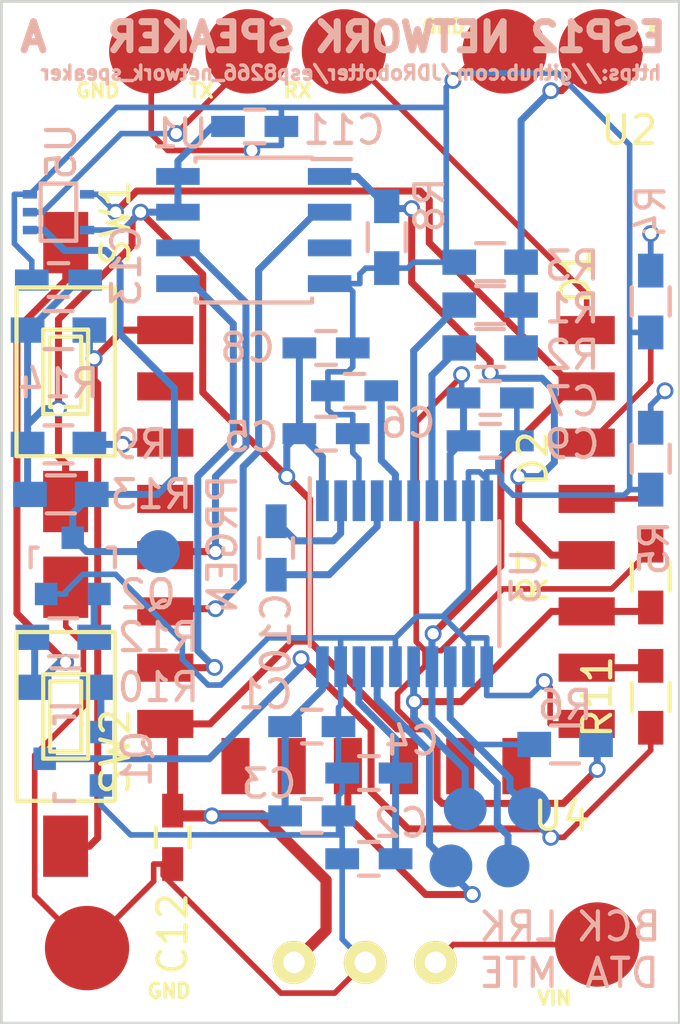
<source format=kicad_pcb>
(kicad_pcb (version 20171130) (host pcbnew "(5.1.12)-1")

  (general
    (thickness 1.6)
    (drawings 14)
    (tracks 431)
    (zones 0)
    (modules 50)
    (nets 32)
  )

  (page A4)
  (layers
    (0 F.Cu signal)
    (31 B.Cu signal)
    (32 B.Adhes user hide)
    (33 F.Adhes user hide)
    (34 B.Paste user hide)
    (35 F.Paste user hide)
    (36 B.SilkS user hide)
    (37 F.SilkS user hide)
    (38 B.Mask user hide)
    (39 F.Mask user hide)
    (40 Dwgs.User user hide)
    (41 Cmts.User user hide)
    (42 Eco1.User user hide)
    (43 Eco2.User user hide)
    (44 Edge.Cuts user)
    (45 Margin user hide)
    (46 B.CrtYd user hide)
    (47 F.CrtYd user hide)
    (48 B.Fab user hide)
    (49 F.Fab user hide)
  )

  (setup
    (last_trace_width 0.2)
    (trace_clearance 0.2)
    (zone_clearance 0.508)
    (zone_45_only no)
    (trace_min 0.2)
    (via_size 0.6)
    (via_drill 0.4)
    (via_min_size 0.4)
    (via_min_drill 0.3)
    (uvia_size 0.3)
    (uvia_drill 0.1)
    (uvias_allowed no)
    (uvia_min_size 0.2)
    (uvia_min_drill 0.1)
    (edge_width 0.1)
    (segment_width 0.2)
    (pcb_text_width 0.3)
    (pcb_text_size 1.5 1.5)
    (mod_edge_width 0.15)
    (mod_text_size 1 1)
    (mod_text_width 0.15)
    (pad_size 1.5 1.5)
    (pad_drill 0.6)
    (pad_to_mask_clearance 0)
    (aux_axis_origin 0 0)
    (grid_origin 152.654 104.14)
    (visible_elements 7FFFFFFF)
    (pcbplotparams
      (layerselection 0x000e0_80000001)
      (usegerberextensions false)
      (usegerberattributes true)
      (usegerberadvancedattributes true)
      (creategerberjobfile true)
      (excludeedgelayer true)
      (linewidth 0.100000)
      (plotframeref false)
      (viasonmask false)
      (mode 1)
      (useauxorigin false)
      (hpglpennumber 1)
      (hpglpenspeed 20)
      (hpglpendiameter 15.000000)
      (psnegative false)
      (psa4output false)
      (plotreference false)
      (plotvalue false)
      (plotinvisibletext false)
      (padsonsilk false)
      (subtractmaskfromsilk false)
      (outputformat 4)
      (mirror false)
      (drillshape 0)
      (scaleselection 1)
      (outputdirectory ""))
  )

  (net 0 "")
  (net 1 +3V3)
  (net 2 GND)
  (net 3 "Net-(C2-Pad2)")
  (net 4 "Net-(C6-Pad2)")
  (net 5 "Net-(C10-Pad1)")
  (net 6 "Net-(C10-Pad2)")
  (net 7 DAC_OUTL)
  (net 8 DAC_OUTR)
  (net 9 DAC_BCK)
  (net 10 ESP12_CS)
  (net 11 ESP12_MISO)
  (net 12 ESP12_MOSI)
  (net 13 ESP12_CLK)
  (net 14 DAC_LRCK)
  (net 15 DAC_DATA)
  (net 16 "Net-(D1-Pad1)")
  (net 17 LEDB)
  (net 18 "Net-(D2-Pad1)")
  (net 19 LEDA)
  (net 20 "Net-(R9-Pad1)")
  (net 21 "Net-(R10-Pad2)")
  (net 22 "Net-(R11-Pad2)")
  (net 23 /PROG_EN)
  (net 24 ESP12_RESET)
  (net 25 "Net-(Q1-Pad1)")
  (net 26 "Net-(Q2-Pad1)")
  (net 27 "Net-(R1-Pad1)")
  (net 28 ESP12_TX)
  (net 29 DAC_MUTE)
  (net 30 /VBATT)
  (net 31 /PROG_TX)

  (net_class Default "This is the default net class."
    (clearance 0.2)
    (trace_width 0.2)
    (via_dia 0.6)
    (via_drill 0.4)
    (uvia_dia 0.3)
    (uvia_drill 0.1)
    (add_net /PROG_EN)
    (add_net /PROG_TX)
    (add_net /VBATT)
    (add_net DAC_BCK)
    (add_net DAC_DATA)
    (add_net DAC_LRCK)
    (add_net DAC_MUTE)
    (add_net DAC_OUTL)
    (add_net DAC_OUTR)
    (add_net ESP12_CLK)
    (add_net ESP12_CS)
    (add_net ESP12_MISO)
    (add_net ESP12_MOSI)
    (add_net ESP12_RESET)
    (add_net ESP12_TX)
    (add_net GND)
    (add_net LEDA)
    (add_net LEDB)
    (add_net "Net-(C10-Pad1)")
    (add_net "Net-(C10-Pad2)")
    (add_net "Net-(C2-Pad2)")
    (add_net "Net-(C6-Pad2)")
    (add_net "Net-(D1-Pad1)")
    (add_net "Net-(D2-Pad1)")
    (add_net "Net-(Q1-Pad1)")
    (add_net "Net-(Q2-Pad1)")
    (add_net "Net-(R1-Pad1)")
    (add_net "Net-(R10-Pad2)")
    (add_net "Net-(R11-Pad2)")
    (add_net "Net-(R9-Pad1)")
  )

  (net_class n ""
    (clearance 0.2)
    (trace_width 0.4)
    (via_dia 0.6)
    (via_drill 0.4)
    (uvia_dia 0.3)
    (uvia_drill 0.1)
    (add_net +3V3)
  )

  (module Capacitors_SMD:C_0603_HandSoldering (layer B.Cu) (tedit 541A9B4D) (tstamp 5818F5B9)
    (at 132.334 90.17 180)
    (descr "Capacitor SMD 0603, hand soldering")
    (tags "capacitor 0603")
    (path /5818CAE7)
    (attr smd)
    (fp_text reference C13 (at -2.413 0.508 270) (layer B.SilkS)
      (effects (font (size 1 1) (thickness 0.15)) (justify mirror))
    )
    (fp_text value 100nF (at 0 -1.9 180) (layer B.Fab)
      (effects (font (size 1 1) (thickness 0.15)) (justify mirror))
    )
    (fp_line (start -1.85 0.75) (end 1.85 0.75) (layer B.CrtYd) (width 0.05))
    (fp_line (start -1.85 -0.75) (end 1.85 -0.75) (layer B.CrtYd) (width 0.05))
    (fp_line (start -1.85 0.75) (end -1.85 -0.75) (layer B.CrtYd) (width 0.05))
    (fp_line (start 1.85 0.75) (end 1.85 -0.75) (layer B.CrtYd) (width 0.05))
    (fp_line (start -0.35 0.6) (end 0.35 0.6) (layer B.SilkS) (width 0.15))
    (fp_line (start 0.35 -0.6) (end -0.35 -0.6) (layer B.SilkS) (width 0.15))
    (pad 1 smd rect (at -0.95 0 180) (size 1.2 0.75) (layers B.Cu B.Paste B.Mask)
      (net 1 +3V3))
    (pad 2 smd rect (at 0.95 0 180) (size 1.2 0.75) (layers B.Cu B.Paste B.Mask)
      (net 2 GND))
    (model Capacitors_SMD.3dshapes/C_0603_HandSoldering.wrl
      (at (xyz 0 0 0))
      (scale (xyz 1 1 1))
      (rotate (xyz 0 0 0))
    )
  )

  (module Housings_SOIC:SOIC-8_3.9x4.9mm_Pitch1.27mm (layer B.Cu) (tedit 54130A77) (tstamp 580931F8)
    (at 139.286 88.392 180)
    (descr "8-Lead Plastic Small Outline (SN) - Narrow, 3.90 mm Body [SOIC] (see Microchip Packaging Specification 00000049BS.pdf)")
    (tags "SOIC 1.27")
    (path /5809CABB)
    (attr smd)
    (fp_text reference U1 (at 2.634 3.429 180) (layer B.SilkS)
      (effects (font (size 1 1) (thickness 0.15)) (justify mirror))
    )
    (fp_text value 23LC1024 (at 0 -3.5 180) (layer B.Fab)
      (effects (font (size 1 1) (thickness 0.15)) (justify mirror))
    )
    (fp_line (start -0.95 2.45) (end 1.95 2.45) (layer B.Fab) (width 0.15))
    (fp_line (start 1.95 2.45) (end 1.95 -2.45) (layer B.Fab) (width 0.15))
    (fp_line (start 1.95 -2.45) (end -1.95 -2.45) (layer B.Fab) (width 0.15))
    (fp_line (start -1.95 -2.45) (end -1.95 1.45) (layer B.Fab) (width 0.15))
    (fp_line (start -1.95 1.45) (end -0.95 2.45) (layer B.Fab) (width 0.15))
    (fp_line (start -3.75 2.75) (end -3.75 -2.75) (layer B.CrtYd) (width 0.05))
    (fp_line (start 3.75 2.75) (end 3.75 -2.75) (layer B.CrtYd) (width 0.05))
    (fp_line (start -3.75 2.75) (end 3.75 2.75) (layer B.CrtYd) (width 0.05))
    (fp_line (start -3.75 -2.75) (end 3.75 -2.75) (layer B.CrtYd) (width 0.05))
    (fp_line (start -2.075 2.575) (end -2.075 2.525) (layer B.SilkS) (width 0.15))
    (fp_line (start 2.075 2.575) (end 2.075 2.43) (layer B.SilkS) (width 0.15))
    (fp_line (start 2.075 -2.575) (end 2.075 -2.43) (layer B.SilkS) (width 0.15))
    (fp_line (start -2.075 -2.575) (end -2.075 -2.43) (layer B.SilkS) (width 0.15))
    (fp_line (start -2.075 2.575) (end 2.075 2.575) (layer B.SilkS) (width 0.15))
    (fp_line (start -2.075 -2.575) (end 2.075 -2.575) (layer B.SilkS) (width 0.15))
    (fp_line (start -2.075 2.525) (end -3.475 2.525) (layer B.SilkS) (width 0.15))
    (pad 1 smd rect (at -2.7 1.905 180) (size 1.55 0.6) (layers B.Cu B.Paste B.Mask)
      (net 10 ESP12_CS))
    (pad 2 smd rect (at -2.7 0.635 180) (size 1.55 0.6) (layers B.Cu B.Paste B.Mask)
      (net 11 ESP12_MISO))
    (pad 3 smd rect (at -2.7 -0.635 180) (size 1.55 0.6) (layers B.Cu B.Paste B.Mask))
    (pad 4 smd rect (at -2.7 -1.905 180) (size 1.55 0.6) (layers B.Cu B.Paste B.Mask)
      (net 2 GND))
    (pad 5 smd rect (at 2.7 -1.905 180) (size 1.55 0.6) (layers B.Cu B.Paste B.Mask)
      (net 12 ESP12_MOSI))
    (pad 6 smd rect (at 2.7 -0.635 180) (size 1.55 0.6) (layers B.Cu B.Paste B.Mask)
      (net 13 ESP12_CLK))
    (pad 7 smd rect (at 2.7 0.635 180) (size 1.55 0.6) (layers B.Cu B.Paste B.Mask)
      (net 1 +3V3))
    (pad 8 smd rect (at 2.7 1.905 180) (size 1.55 0.6) (layers B.Cu B.Paste B.Mask)
      (net 1 +3V3))
    (model Housings_SOIC.3dshapes/SOIC-8_3.9x4.9mm_Pitch1.27mm.wrl
      (at (xyz 0 0 0))
      (scale (xyz 1 1 1))
      (rotate (xyz 0 0 0))
    )
  )

  (module Housings_SSOP:TSSOP-20_4.4x6.5mm_Pitch0.65mm (layer B.Cu) (tedit 54130A77) (tstamp 58039BF1)
    (at 144.653 100.965 270)
    (descr "20-Lead Plastic Thin Shrink Small Outline (ST)-4.4 mm Body [TSSOP] (see Microchip Packaging Specification 00000049BS.pdf)")
    (tags "SSOP 0.65")
    (path /58038D3C)
    (attr smd)
    (fp_text reference U3 (at -0.254 -4.318 270) (layer B.SilkS)
      (effects (font (size 1 1) (thickness 0.15)) (justify mirror))
    )
    (fp_text value PCM5100A (at 0 -4.3 270) (layer B.Fab)
      (effects (font (size 1 1) (thickness 0.15)) (justify mirror))
    )
    (fp_line (start -3.95 3.55) (end -3.95 -3.55) (layer B.CrtYd) (width 0.05))
    (fp_line (start 3.95 3.55) (end 3.95 -3.55) (layer B.CrtYd) (width 0.05))
    (fp_line (start -3.95 3.55) (end 3.95 3.55) (layer B.CrtYd) (width 0.05))
    (fp_line (start -3.95 -3.55) (end 3.95 -3.55) (layer B.CrtYd) (width 0.05))
    (fp_line (start -2.225 -3.375) (end 2.225 -3.375) (layer B.SilkS) (width 0.15))
    (fp_line (start -3.75 3.375) (end 2.225 3.375) (layer B.SilkS) (width 0.15))
    (pad 1 smd rect (at -2.95 2.925 270) (size 1.45 0.45) (layers B.Cu B.Paste B.Mask)
      (net 1 +3V3))
    (pad 2 smd rect (at -2.95 2.275 270) (size 1.45 0.45) (layers B.Cu B.Paste B.Mask)
      (net 5 "Net-(C10-Pad1)"))
    (pad 3 smd rect (at -2.95 1.625 270) (size 1.45 0.45) (layers B.Cu B.Paste B.Mask)
      (net 2 GND))
    (pad 4 smd rect (at -2.95 0.975 270) (size 1.45 0.45) (layers B.Cu B.Paste B.Mask)
      (net 6 "Net-(C10-Pad2)"))
    (pad 5 smd rect (at -2.95 0.325 270) (size 1.45 0.45) (layers B.Cu B.Paste B.Mask)
      (net 4 "Net-(C6-Pad2)"))
    (pad 6 smd rect (at -2.95 -0.325 270) (size 1.45 0.45) (layers B.Cu B.Paste B.Mask)
      (net 7 DAC_OUTL))
    (pad 7 smd rect (at -2.95 -0.975 270) (size 1.45 0.45) (layers B.Cu B.Paste B.Mask)
      (net 8 DAC_OUTR))
    (pad 8 smd rect (at -2.95 -1.625 270) (size 1.45 0.45) (layers B.Cu B.Paste B.Mask)
      (net 1 +3V3))
    (pad 9 smd rect (at -2.95 -2.275 270) (size 1.45 0.45) (layers B.Cu B.Paste B.Mask)
      (net 2 GND))
    (pad 10 smd rect (at -2.95 -2.925 270) (size 1.45 0.45) (layers B.Cu B.Paste B.Mask)
      (net 2 GND))
    (pad 11 smd rect (at 2.95 -2.925 270) (size 1.45 0.45) (layers B.Cu B.Paste B.Mask)
      (net 2 GND))
    (pad 12 smd rect (at 2.95 -2.275 270) (size 1.45 0.45) (layers B.Cu B.Paste B.Mask)
      (net 2 GND))
    (pad 13 smd rect (at 2.95 -1.625 270) (size 1.45 0.45) (layers B.Cu B.Paste B.Mask)
      (net 9 DAC_BCK))
    (pad 14 smd rect (at 2.95 -0.975 270) (size 1.45 0.45) (layers B.Cu B.Paste B.Mask)
      (net 15 DAC_DATA))
    (pad 15 smd rect (at 2.95 -0.325 270) (size 1.45 0.45) (layers B.Cu B.Paste B.Mask)
      (net 14 DAC_LRCK))
    (pad 16 smd rect (at 2.95 0.325 270) (size 1.45 0.45) (layers B.Cu B.Paste B.Mask)
      (net 2 GND))
    (pad 17 smd rect (at 2.95 0.975 270) (size 1.45 0.45) (layers B.Cu B.Paste B.Mask)
      (net 29 DAC_MUTE))
    (pad 18 smd rect (at 2.95 1.625 270) (size 1.45 0.45) (layers B.Cu B.Paste B.Mask)
      (net 3 "Net-(C2-Pad2)"))
    (pad 19 smd rect (at 2.95 2.275 270) (size 1.45 0.45) (layers B.Cu B.Paste B.Mask)
      (net 2 GND))
    (pad 20 smd rect (at 2.95 2.925 270) (size 1.45 0.45) (layers B.Cu B.Paste B.Mask)
      (net 1 +3V3))
    (model Housings_SSOP.3dshapes/TSSOP-20_4.4x6.5mm_Pitch0.65mm.wrl
      (at (xyz 0 0 0))
      (scale (xyz 1 1 1))
      (rotate (xyz 0 0 0))
    )
  )

  (module ESP12:ESP12 (layer F.Cu) (tedit 5818FFC9) (tstamp 5818F5DE)
    (at 135.636 107.95)
    (path /5809BC13)
    (fp_text reference U2 (at 17.018 -23.114) (layer F.SilkS)
      (effects (font (size 1 1) (thickness 0.15)))
    )
    (fp_text value ESP12 (at 3 -22.5) (layer F.Fab)
      (effects (font (size 1 1) (thickness 0.15)))
    )
    (fp_line (start 0 -17.5) (end 0 -24) (layer F.CrtYd) (width 0.15))
    (fp_line (start 0 -24) (end 16 -24) (layer F.CrtYd) (width 0.15))
    (fp_line (start 16 -24) (end 16 -17) (layer F.CrtYd) (width 0.15))
    (fp_line (start 16 0) (end 0 0) (layer F.CrtYd) (width 0.15))
    (fp_line (start 16 0) (end 16 -17) (layer F.CrtYd) (width 0.15))
    (fp_line (start 0 -17.5) (end 0 0) (layer F.CrtYd) (width 0.15))
    (pad 1 smd rect (at 0.5 -16) (size 2 1) (layers F.Cu F.Paste F.Mask)
      (net 24 ESP12_RESET))
    (pad 2 smd rect (at 0.5 -14) (size 2 1) (layers F.Cu F.Paste F.Mask))
    (pad 3 smd rect (at 0.5 -12) (size 2 1) (layers F.Cu F.Paste F.Mask)
      (net 20 "Net-(R9-Pad1)"))
    (pad 4 smd rect (at 0.5 -10) (size 2 1) (layers F.Cu F.Paste F.Mask))
    (pad 5 smd rect (at 0.5 -8) (size 2 1) (layers F.Cu F.Paste F.Mask)
      (net 13 ESP12_CLK))
    (pad 6 smd rect (at 0.5 -6) (size 2 1) (layers F.Cu F.Paste F.Mask)
      (net 11 ESP12_MISO))
    (pad 7 smd rect (at 0.5 -4) (size 2 1) (layers F.Cu F.Paste F.Mask)
      (net 12 ESP12_MOSI))
    (pad 8 smd rect (at 0.5 -2) (size 2 1) (layers F.Cu F.Paste F.Mask)
      (net 1 +3V3))
    (pad 9 smd rect (at 3 -0.5 90) (size 2 1) (layers F.Cu F.Paste F.Mask))
    (pad 10 smd rect (at 5 -0.5 90) (size 2 1) (layers F.Cu F.Paste F.Mask))
    (pad 11 smd rect (at 7 -0.5 90) (size 2 1) (layers F.Cu F.Paste F.Mask)
      (net 29 DAC_MUTE))
    (pad 12 smd rect (at 9 -0.5 90) (size 2 1) (layers F.Cu F.Paste F.Mask))
    (pad 13 smd rect (at 11 -0.5 90) (size 2 1) (layers F.Cu F.Paste F.Mask))
    (pad 14 smd rect (at 13 -0.5 90) (size 2 1) (layers F.Cu F.Paste F.Mask))
    (pad 15 smd rect (at 15.5 -2) (size 2 1) (layers F.Cu F.Paste F.Mask)
      (net 2 GND))
    (pad 16 smd rect (at 15.5 -4) (size 2 1) (layers F.Cu F.Paste F.Mask)
      (net 22 "Net-(R11-Pad2)"))
    (pad 17 smd rect (at 15.5 -6) (size 2 1) (layers F.Cu F.Paste F.Mask)
      (net 14 DAC_LRCK))
    (pad 18 smd rect (at 15.5 -8) (size 2 1) (layers F.Cu F.Paste F.Mask)
      (net 10 ESP12_CS))
    (pad 19 smd rect (at 15.5 -10) (size 2 1) (layers F.Cu F.Paste F.Mask)
      (net 19 LEDA))
    (pad 20 smd rect (at 15.5 -12) (size 2 1) (layers F.Cu F.Paste F.Mask)
      (net 17 LEDB))
    (pad 21 smd rect (at 15.5 -14) (size 2 1) (layers F.Cu F.Paste F.Mask)
      (net 15 DAC_DATA))
    (pad 22 smd rect (at 15.5 -16) (size 2 1) (layers F.Cu F.Paste F.Mask)
      (net 28 ESP12_TX))
  )

  (module Capacitors_SMD:C_0603_HandSoldering (layer B.Cu) (tedit 541A9B4D) (tstamp 58039B7D)
    (at 141.351 106.045)
    (descr "Capacitor SMD 0603, hand soldering")
    (tags "capacitor 0603")
    (path /5803945D)
    (attr smd)
    (fp_text reference C1 (at -1.651 -1.143) (layer B.SilkS)
      (effects (font (size 1 1) (thickness 0.15)) (justify mirror))
    )
    (fp_text value 100nF (at 0 -1.9) (layer B.Fab)
      (effects (font (size 1 1) (thickness 0.15)) (justify mirror))
    )
    (fp_line (start -1.85 0.75) (end 1.85 0.75) (layer B.CrtYd) (width 0.05))
    (fp_line (start -1.85 -0.75) (end 1.85 -0.75) (layer B.CrtYd) (width 0.05))
    (fp_line (start -1.85 0.75) (end -1.85 -0.75) (layer B.CrtYd) (width 0.05))
    (fp_line (start 1.85 0.75) (end 1.85 -0.75) (layer B.CrtYd) (width 0.05))
    (fp_line (start -0.35 0.6) (end 0.35 0.6) (layer B.SilkS) (width 0.15))
    (fp_line (start 0.35 -0.6) (end -0.35 -0.6) (layer B.SilkS) (width 0.15))
    (pad 1 smd rect (at -0.95 0) (size 1.2 0.75) (layers B.Cu B.Paste B.Mask)
      (net 1 +3V3))
    (pad 2 smd rect (at 0.95 0) (size 1.2 0.75) (layers B.Cu B.Paste B.Mask)
      (net 2 GND))
    (model Capacitors_SMD.3dshapes/C_0603_HandSoldering.wrl
      (at (xyz 0 0 0))
      (scale (xyz 1 1 1))
      (rotate (xyz 0 0 0))
    )
  )

  (module Capacitors_SMD:C_0603_HandSoldering (layer B.Cu) (tedit 541A9B4D) (tstamp 58039B83)
    (at 143.383 110.744)
    (descr "Capacitor SMD 0603, hand soldering")
    (tags "capacitor 0603")
    (path /580394C0)
    (attr smd)
    (fp_text reference C2 (at 1.143 -1.27) (layer B.SilkS)
      (effects (font (size 1 1) (thickness 0.15)) (justify mirror))
    )
    (fp_text value 100nF (at 0 -1.9) (layer B.Fab)
      (effects (font (size 1 1) (thickness 0.15)) (justify mirror))
    )
    (fp_line (start -1.85 0.75) (end 1.85 0.75) (layer B.CrtYd) (width 0.05))
    (fp_line (start -1.85 -0.75) (end 1.85 -0.75) (layer B.CrtYd) (width 0.05))
    (fp_line (start -1.85 0.75) (end -1.85 -0.75) (layer B.CrtYd) (width 0.05))
    (fp_line (start 1.85 0.75) (end 1.85 -0.75) (layer B.CrtYd) (width 0.05))
    (fp_line (start -0.35 0.6) (end 0.35 0.6) (layer B.SilkS) (width 0.15))
    (fp_line (start 0.35 -0.6) (end -0.35 -0.6) (layer B.SilkS) (width 0.15))
    (pad 1 smd rect (at -0.95 0) (size 1.2 0.75) (layers B.Cu B.Paste B.Mask)
      (net 2 GND))
    (pad 2 smd rect (at 0.95 0) (size 1.2 0.75) (layers B.Cu B.Paste B.Mask)
      (net 3 "Net-(C2-Pad2)"))
    (model Capacitors_SMD.3dshapes/C_0603_HandSoldering.wrl
      (at (xyz 0 0 0))
      (scale (xyz 1 1 1))
      (rotate (xyz 0 0 0))
    )
  )

  (module Capacitors_SMD:C_0603_HandSoldering (layer B.Cu) (tedit 541A9B4D) (tstamp 58039BA7)
    (at 141.859 92.583)
    (descr "Capacitor SMD 0603, hand soldering")
    (tags "capacitor 0603")
    (path /5803A91B)
    (attr smd)
    (fp_text reference C8 (at -2.794 0) (layer B.SilkS)
      (effects (font (size 1 1) (thickness 0.15)) (justify mirror))
    )
    (fp_text value 100nF (at 0 -1.9) (layer B.Fab)
      (effects (font (size 1 1) (thickness 0.15)) (justify mirror))
    )
    (fp_line (start -1.85 0.75) (end 1.85 0.75) (layer B.CrtYd) (width 0.05))
    (fp_line (start -1.85 -0.75) (end 1.85 -0.75) (layer B.CrtYd) (width 0.05))
    (fp_line (start -1.85 0.75) (end -1.85 -0.75) (layer B.CrtYd) (width 0.05))
    (fp_line (start 1.85 0.75) (end 1.85 -0.75) (layer B.CrtYd) (width 0.05))
    (fp_line (start -0.35 0.6) (end 0.35 0.6) (layer B.SilkS) (width 0.15))
    (fp_line (start 0.35 -0.6) (end -0.35 -0.6) (layer B.SilkS) (width 0.15))
    (pad 1 smd rect (at -0.95 0) (size 1.2 0.75) (layers B.Cu B.Paste B.Mask)
      (net 1 +3V3))
    (pad 2 smd rect (at 0.95 0) (size 1.2 0.75) (layers B.Cu B.Paste B.Mask)
      (net 2 GND))
    (model Capacitors_SMD.3dshapes/C_0603_HandSoldering.wrl
      (at (xyz 0 0 0))
      (scale (xyz 1 1 1))
      (rotate (xyz 0 0 0))
    )
  )

  (module Capacitors_SMD:C_0603_HandSoldering (layer B.Cu) (tedit 541A9B4D) (tstamp 58039BAD)
    (at 147.701 95.885)
    (descr "Capacitor SMD 0603, hand soldering")
    (tags "capacitor 0603")
    (path /5803A1E4)
    (attr smd)
    (fp_text reference C9 (at 2.921 0.127) (layer B.SilkS)
      (effects (font (size 1 1) (thickness 0.15)) (justify mirror))
    )
    (fp_text value 100nF (at 0 -1.9) (layer B.Fab)
      (effects (font (size 1 1) (thickness 0.15)) (justify mirror))
    )
    (fp_line (start -1.85 0.75) (end 1.85 0.75) (layer B.CrtYd) (width 0.05))
    (fp_line (start -1.85 -0.75) (end 1.85 -0.75) (layer B.CrtYd) (width 0.05))
    (fp_line (start -1.85 0.75) (end -1.85 -0.75) (layer B.CrtYd) (width 0.05))
    (fp_line (start 1.85 0.75) (end 1.85 -0.75) (layer B.CrtYd) (width 0.05))
    (fp_line (start -0.35 0.6) (end 0.35 0.6) (layer B.SilkS) (width 0.15))
    (fp_line (start 0.35 -0.6) (end -0.35 -0.6) (layer B.SilkS) (width 0.15))
    (pad 1 smd rect (at -0.95 0) (size 1.2 0.75) (layers B.Cu B.Paste B.Mask)
      (net 1 +3V3))
    (pad 2 smd rect (at 0.95 0) (size 1.2 0.75) (layers B.Cu B.Paste B.Mask)
      (net 2 GND))
    (model Capacitors_SMD.3dshapes/C_0603_HandSoldering.wrl
      (at (xyz 0 0 0))
      (scale (xyz 1 1 1))
      (rotate (xyz 0 0 0))
    )
  )

  (module Capacitors_SMD:C_0603_HandSoldering (layer B.Cu) (tedit 541A9B4D) (tstamp 5803A06B)
    (at 141.351 109.22)
    (descr "Capacitor SMD 0603, hand soldering")
    (tags "capacitor 0603")
    (path /5803954A)
    (attr smd)
    (fp_text reference C3 (at -1.524 -1.143) (layer B.SilkS)
      (effects (font (size 1 1) (thickness 0.15)) (justify mirror))
    )
    (fp_text value 10uF (at 0 -1.9) (layer B.Fab)
      (effects (font (size 1 1) (thickness 0.15)) (justify mirror))
    )
    (fp_line (start -1.85 0.75) (end 1.85 0.75) (layer B.CrtYd) (width 0.05))
    (fp_line (start -1.85 -0.75) (end 1.85 -0.75) (layer B.CrtYd) (width 0.05))
    (fp_line (start -1.85 0.75) (end -1.85 -0.75) (layer B.CrtYd) (width 0.05))
    (fp_line (start 1.85 0.75) (end 1.85 -0.75) (layer B.CrtYd) (width 0.05))
    (fp_line (start -0.35 0.6) (end 0.35 0.6) (layer B.SilkS) (width 0.15))
    (fp_line (start 0.35 -0.6) (end -0.35 -0.6) (layer B.SilkS) (width 0.15))
    (pad 1 smd rect (at -0.95 0) (size 1.2 0.75) (layers B.Cu B.Paste B.Mask)
      (net 1 +3V3))
    (pad 2 smd rect (at 0.95 0) (size 1.2 0.75) (layers B.Cu B.Paste B.Mask)
      (net 2 GND))
    (model Capacitors_SMD.3dshapes/C_0603_HandSoldering.wrl
      (at (xyz 0 0 0))
      (scale (xyz 1 1 1))
      (rotate (xyz 0 0 0))
    )
  )

  (module Capacitors_SMD:C_0603_HandSoldering (layer B.Cu) (tedit 541A9B4D) (tstamp 5803A070)
    (at 143.383 107.696 180)
    (descr "Capacitor SMD 0603, hand soldering")
    (tags "capacitor 0603")
    (path /580394ED)
    (attr smd)
    (fp_text reference C4 (at -1.524 1.143 180) (layer B.SilkS)
      (effects (font (size 1 1) (thickness 0.15)) (justify mirror))
    )
    (fp_text value 10uF (at 0 -1.9 180) (layer B.Fab)
      (effects (font (size 1 1) (thickness 0.15)) (justify mirror))
    )
    (fp_line (start -1.85 0.75) (end 1.85 0.75) (layer B.CrtYd) (width 0.05))
    (fp_line (start -1.85 -0.75) (end 1.85 -0.75) (layer B.CrtYd) (width 0.05))
    (fp_line (start -1.85 0.75) (end -1.85 -0.75) (layer B.CrtYd) (width 0.05))
    (fp_line (start 1.85 0.75) (end 1.85 -0.75) (layer B.CrtYd) (width 0.05))
    (fp_line (start -0.35 0.6) (end 0.35 0.6) (layer B.SilkS) (width 0.15))
    (fp_line (start 0.35 -0.6) (end -0.35 -0.6) (layer B.SilkS) (width 0.15))
    (pad 1 smd rect (at -0.95 0 180) (size 1.2 0.75) (layers B.Cu B.Paste B.Mask)
      (net 3 "Net-(C2-Pad2)"))
    (pad 2 smd rect (at 0.95 0 180) (size 1.2 0.75) (layers B.Cu B.Paste B.Mask)
      (net 2 GND))
    (model Capacitors_SMD.3dshapes/C_0603_HandSoldering.wrl
      (at (xyz 0 0 0))
      (scale (xyz 1 1 1))
      (rotate (xyz 0 0 0))
    )
  )

  (module Capacitors_SMD:C_0603_HandSoldering (layer B.Cu) (tedit 541A9B4D) (tstamp 5803A075)
    (at 141.859 95.631)
    (descr "Capacitor SMD 0603, hand soldering")
    (tags "capacitor 0603")
    (path /5803A987)
    (attr smd)
    (fp_text reference C5 (at -2.667 0.127) (layer B.SilkS)
      (effects (font (size 1 1) (thickness 0.15)) (justify mirror))
    )
    (fp_text value 10uF (at 0 -1.9) (layer B.Fab)
      (effects (font (size 1 1) (thickness 0.15)) (justify mirror))
    )
    (fp_line (start -1.85 0.75) (end 1.85 0.75) (layer B.CrtYd) (width 0.05))
    (fp_line (start -1.85 -0.75) (end 1.85 -0.75) (layer B.CrtYd) (width 0.05))
    (fp_line (start -1.85 0.75) (end -1.85 -0.75) (layer B.CrtYd) (width 0.05))
    (fp_line (start 1.85 0.75) (end 1.85 -0.75) (layer B.CrtYd) (width 0.05))
    (fp_line (start -0.35 0.6) (end 0.35 0.6) (layer B.SilkS) (width 0.15))
    (fp_line (start 0.35 -0.6) (end -0.35 -0.6) (layer B.SilkS) (width 0.15))
    (pad 1 smd rect (at -0.95 0) (size 1.2 0.75) (layers B.Cu B.Paste B.Mask)
      (net 1 +3V3))
    (pad 2 smd rect (at 0.95 0) (size 1.2 0.75) (layers B.Cu B.Paste B.Mask)
      (net 2 GND))
    (model Capacitors_SMD.3dshapes/C_0603_HandSoldering.wrl
      (at (xyz 0 0 0))
      (scale (xyz 1 1 1))
      (rotate (xyz 0 0 0))
    )
  )

  (module Capacitors_SMD:C_0603_HandSoldering (layer B.Cu) (tedit 541A9B4D) (tstamp 5803A07A)
    (at 142.875 94.107)
    (descr "Capacitor SMD 0603, hand soldering")
    (tags "capacitor 0603")
    (path /5803AB94)
    (attr smd)
    (fp_text reference C6 (at 1.905 1.143) (layer B.SilkS)
      (effects (font (size 1 1) (thickness 0.15)) (justify mirror))
    )
    (fp_text value 2.2uF (at 0 -1.9) (layer B.Fab)
      (effects (font (size 1 1) (thickness 0.15)) (justify mirror))
    )
    (fp_line (start -1.85 0.75) (end 1.85 0.75) (layer B.CrtYd) (width 0.05))
    (fp_line (start -1.85 -0.75) (end 1.85 -0.75) (layer B.CrtYd) (width 0.05))
    (fp_line (start -1.85 0.75) (end -1.85 -0.75) (layer B.CrtYd) (width 0.05))
    (fp_line (start 1.85 0.75) (end 1.85 -0.75) (layer B.CrtYd) (width 0.05))
    (fp_line (start -0.35 0.6) (end 0.35 0.6) (layer B.SilkS) (width 0.15))
    (fp_line (start 0.35 -0.6) (end -0.35 -0.6) (layer B.SilkS) (width 0.15))
    (pad 1 smd rect (at -0.95 0) (size 1.2 0.75) (layers B.Cu B.Paste B.Mask)
      (net 2 GND))
    (pad 2 smd rect (at 0.95 0) (size 1.2 0.75) (layers B.Cu B.Paste B.Mask)
      (net 4 "Net-(C6-Pad2)"))
    (model Capacitors_SMD.3dshapes/C_0603_HandSoldering.wrl
      (at (xyz 0 0 0))
      (scale (xyz 1 1 1))
      (rotate (xyz 0 0 0))
    )
  )

  (module Capacitors_SMD:C_0603_HandSoldering (layer B.Cu) (tedit 541A9B4D) (tstamp 5803A07F)
    (at 147.701 94.361)
    (descr "Capacitor SMD 0603, hand soldering")
    (tags "capacitor 0603")
    (path /5803A242)
    (attr smd)
    (fp_text reference C7 (at 2.921 0.127) (layer B.SilkS)
      (effects (font (size 1 1) (thickness 0.15)) (justify mirror))
    )
    (fp_text value 10uF (at 0 -1.9) (layer B.Fab)
      (effects (font (size 1 1) (thickness 0.15)) (justify mirror))
    )
    (fp_line (start -1.85 0.75) (end 1.85 0.75) (layer B.CrtYd) (width 0.05))
    (fp_line (start -1.85 -0.75) (end 1.85 -0.75) (layer B.CrtYd) (width 0.05))
    (fp_line (start -1.85 0.75) (end -1.85 -0.75) (layer B.CrtYd) (width 0.05))
    (fp_line (start 1.85 0.75) (end 1.85 -0.75) (layer B.CrtYd) (width 0.05))
    (fp_line (start -0.35 0.6) (end 0.35 0.6) (layer B.SilkS) (width 0.15))
    (fp_line (start 0.35 -0.6) (end -0.35 -0.6) (layer B.SilkS) (width 0.15))
    (pad 1 smd rect (at -0.95 0) (size 1.2 0.75) (layers B.Cu B.Paste B.Mask)
      (net 1 +3V3))
    (pad 2 smd rect (at 0.95 0) (size 1.2 0.75) (layers B.Cu B.Paste B.Mask)
      (net 2 GND))
    (model Capacitors_SMD.3dshapes/C_0603_HandSoldering.wrl
      (at (xyz 0 0 0))
      (scale (xyz 1 1 1))
      (rotate (xyz 0 0 0))
    )
  )

  (module Capacitors_SMD:C_0603_HandSoldering (layer B.Cu) (tedit 541A9B4D) (tstamp 5803A084)
    (at 140.081 99.695 270)
    (descr "Capacitor SMD 0603, hand soldering")
    (tags "capacitor 0603")
    (path /5803AD3E)
    (attr smd)
    (fp_text reference C10 (at 3.048 0 270) (layer B.SilkS)
      (effects (font (size 1 1) (thickness 0.15)) (justify mirror))
    )
    (fp_text value 2.2uF (at 0 -1.9 270) (layer B.Fab)
      (effects (font (size 1 1) (thickness 0.15)) (justify mirror))
    )
    (fp_line (start -1.85 0.75) (end 1.85 0.75) (layer B.CrtYd) (width 0.05))
    (fp_line (start -1.85 -0.75) (end 1.85 -0.75) (layer B.CrtYd) (width 0.05))
    (fp_line (start -1.85 0.75) (end -1.85 -0.75) (layer B.CrtYd) (width 0.05))
    (fp_line (start 1.85 0.75) (end 1.85 -0.75) (layer B.CrtYd) (width 0.05))
    (fp_line (start -0.35 0.6) (end 0.35 0.6) (layer B.SilkS) (width 0.15))
    (fp_line (start 0.35 -0.6) (end -0.35 -0.6) (layer B.SilkS) (width 0.15))
    (pad 1 smd rect (at -0.95 0 270) (size 1.2 0.75) (layers B.Cu B.Paste B.Mask)
      (net 5 "Net-(C10-Pad1)"))
    (pad 2 smd rect (at 0.95 0 270) (size 1.2 0.75) (layers B.Cu B.Paste B.Mask)
      (net 6 "Net-(C10-Pad2)"))
    (model Capacitors_SMD.3dshapes/C_0603_HandSoldering.wrl
      (at (xyz 0 0 0))
      (scale (xyz 1 1 1))
      (rotate (xyz 0 0 0))
    )
  )

  (module Capacitors_SMD:C_0603_HandSoldering (layer B.Cu) (tedit 541A9B4D) (tstamp 58092943)
    (at 139.319 84.709)
    (descr "Capacitor SMD 0603, hand soldering")
    (tags "capacitor 0603")
    (path /58099D35)
    (attr smd)
    (fp_text reference C11 (at 3.175 0.127) (layer B.SilkS)
      (effects (font (size 1 1) (thickness 0.15)) (justify mirror))
    )
    (fp_text value 100nF (at 0 -1.9) (layer B.Fab)
      (effects (font (size 1 1) (thickness 0.15)) (justify mirror))
    )
    (fp_line (start -0.8 -0.4) (end -0.8 0.4) (layer B.Fab) (width 0.15))
    (fp_line (start 0.8 -0.4) (end -0.8 -0.4) (layer B.Fab) (width 0.15))
    (fp_line (start 0.8 0.4) (end 0.8 -0.4) (layer B.Fab) (width 0.15))
    (fp_line (start -0.8 0.4) (end 0.8 0.4) (layer B.Fab) (width 0.15))
    (fp_line (start -1.85 0.75) (end 1.85 0.75) (layer B.CrtYd) (width 0.05))
    (fp_line (start -1.85 -0.75) (end 1.85 -0.75) (layer B.CrtYd) (width 0.05))
    (fp_line (start -1.85 0.75) (end -1.85 -0.75) (layer B.CrtYd) (width 0.05))
    (fp_line (start 1.85 0.75) (end 1.85 -0.75) (layer B.CrtYd) (width 0.05))
    (fp_line (start -0.35 0.6) (end 0.35 0.6) (layer B.SilkS) (width 0.15))
    (fp_line (start 0.35 -0.6) (end -0.35 -0.6) (layer B.SilkS) (width 0.15))
    (pad 1 smd rect (at -0.95 0) (size 1.2 0.75) (layers B.Cu B.Paste B.Mask)
      (net 1 +3V3))
    (pad 2 smd rect (at 0.95 0) (size 1.2 0.75) (layers B.Cu B.Paste B.Mask)
      (net 2 GND))
    (model Capacitors_SMD.3dshapes/C_0603_HandSoldering.wrl
      (at (xyz 0 0 0))
      (scale (xyz 1 1 1))
      (rotate (xyz 0 0 0))
    )
  )

  (module Resistors_SMD:R_0603_HandSoldering (layer B.Cu) (tedit 5418A00F) (tstamp 580930B2)
    (at 147.701 91.059 180)
    (descr "Resistor SMD 0603, hand soldering")
    (tags "resistor 0603")
    (path /58092A6A)
    (attr smd)
    (fp_text reference R1 (at -2.921 -0.127 180) (layer B.SilkS)
      (effects (font (size 1 1) (thickness 0.15)) (justify mirror))
    )
    (fp_text value 470 (at 0 -1.9 180) (layer B.Fab)
      (effects (font (size 1 1) (thickness 0.15)) (justify mirror))
    )
    (fp_line (start -2 0.8) (end 2 0.8) (layer B.CrtYd) (width 0.05))
    (fp_line (start -2 -0.8) (end 2 -0.8) (layer B.CrtYd) (width 0.05))
    (fp_line (start -2 0.8) (end -2 -0.8) (layer B.CrtYd) (width 0.05))
    (fp_line (start 2 0.8) (end 2 -0.8) (layer B.CrtYd) (width 0.05))
    (fp_line (start 0.5 -0.675) (end -0.5 -0.675) (layer B.SilkS) (width 0.15))
    (fp_line (start -0.5 0.675) (end 0.5 0.675) (layer B.SilkS) (width 0.15))
    (pad 1 smd rect (at -1.1 0 180) (size 1.2 0.9) (layers B.Cu B.Paste B.Mask)
      (net 27 "Net-(R1-Pad1)"))
    (pad 2 smd rect (at 1.1 0 180) (size 1.2 0.9) (layers B.Cu B.Paste B.Mask)
      (net 7 DAC_OUTL))
    (model Resistors_SMD.3dshapes/R_0603_HandSoldering.wrl
      (at (xyz 0 0 0))
      (scale (xyz 1 1 1))
      (rotate (xyz 0 0 0))
    )
  )

  (module Resistors_SMD:R_0603_HandSoldering (layer B.Cu) (tedit 5418A00F) (tstamp 580930B8)
    (at 147.701 92.583 180)
    (descr "Resistor SMD 0603, hand soldering")
    (tags "resistor 0603")
    (path /58092829)
    (attr smd)
    (fp_text reference R2 (at -2.921 -0.254 180) (layer B.SilkS)
      (effects (font (size 1 1) (thickness 0.15)) (justify mirror))
    )
    (fp_text value 470 (at 0 -1.9 180) (layer B.Fab)
      (effects (font (size 1 1) (thickness 0.15)) (justify mirror))
    )
    (fp_line (start -2 0.8) (end 2 0.8) (layer B.CrtYd) (width 0.05))
    (fp_line (start -2 -0.8) (end 2 -0.8) (layer B.CrtYd) (width 0.05))
    (fp_line (start -2 0.8) (end -2 -0.8) (layer B.CrtYd) (width 0.05))
    (fp_line (start 2 0.8) (end 2 -0.8) (layer B.CrtYd) (width 0.05))
    (fp_line (start 0.5 -0.675) (end -0.5 -0.675) (layer B.SilkS) (width 0.15))
    (fp_line (start -0.5 0.675) (end 0.5 0.675) (layer B.SilkS) (width 0.15))
    (pad 1 smd rect (at -1.1 0 180) (size 1.2 0.9) (layers B.Cu B.Paste B.Mask)
      (net 27 "Net-(R1-Pad1)"))
    (pad 2 smd rect (at 1.1 0 180) (size 1.2 0.9) (layers B.Cu B.Paste B.Mask)
      (net 8 DAC_OUTR))
    (model Resistors_SMD.3dshapes/R_0603_HandSoldering.wrl
      (at (xyz 0 0 0))
      (scale (xyz 1 1 1))
      (rotate (xyz 0 0 0))
    )
  )

  (module Resistors_SMD:R_0603_HandSoldering (layer B.Cu) (tedit 5418A00F) (tstamp 580930BE)
    (at 147.701 89.535 180)
    (descr "Resistor SMD 0603, hand soldering")
    (tags "resistor 0603")
    (path /58092ACB)
    (attr smd)
    (fp_text reference R3 (at -2.921 -0.127 180) (layer B.SilkS)
      (effects (font (size 1 1) (thickness 0.15)) (justify mirror))
    )
    (fp_text value 10k (at 0 -1.9 180) (layer B.Fab)
      (effects (font (size 1 1) (thickness 0.15)) (justify mirror))
    )
    (fp_line (start -2 0.8) (end 2 0.8) (layer B.CrtYd) (width 0.05))
    (fp_line (start -2 -0.8) (end 2 -0.8) (layer B.CrtYd) (width 0.05))
    (fp_line (start -2 0.8) (end -2 -0.8) (layer B.CrtYd) (width 0.05))
    (fp_line (start 2 0.8) (end 2 -0.8) (layer B.CrtYd) (width 0.05))
    (fp_line (start 0.5 -0.675) (end -0.5 -0.675) (layer B.SilkS) (width 0.15))
    (fp_line (start -0.5 0.675) (end 0.5 0.675) (layer B.SilkS) (width 0.15))
    (pad 1 smd rect (at -1.1 0 180) (size 1.2 0.9) (layers B.Cu B.Paste B.Mask)
      (net 27 "Net-(R1-Pad1)"))
    (pad 2 smd rect (at 1.1 0 180) (size 1.2 0.9) (layers B.Cu B.Paste B.Mask)
      (net 2 GND))
    (model Resistors_SMD.3dshapes/R_0603_HandSoldering.wrl
      (at (xyz 0 0 0))
      (scale (xyz 1 1 1))
      (rotate (xyz 0 0 0))
    )
  )

  (module Capacitors_SMD:C_0603_HandSoldering (layer F.Cu) (tedit 541A9B4D) (tstamp 580934A6)
    (at 136.398 109.982 270)
    (descr "Capacitor SMD 0603, hand soldering")
    (tags "capacitor 0603")
    (path /580AA0FA)
    (attr smd)
    (fp_text reference C12 (at 3.429 0 270) (layer F.SilkS)
      (effects (font (size 1 1) (thickness 0.15)))
    )
    (fp_text value 100nF (at 0 1.9 270) (layer F.Fab)
      (effects (font (size 1 1) (thickness 0.15)))
    )
    (fp_line (start -0.8 0.4) (end -0.8 -0.4) (layer F.Fab) (width 0.15))
    (fp_line (start 0.8 0.4) (end -0.8 0.4) (layer F.Fab) (width 0.15))
    (fp_line (start 0.8 -0.4) (end 0.8 0.4) (layer F.Fab) (width 0.15))
    (fp_line (start -0.8 -0.4) (end 0.8 -0.4) (layer F.Fab) (width 0.15))
    (fp_line (start -1.85 -0.75) (end 1.85 -0.75) (layer F.CrtYd) (width 0.05))
    (fp_line (start -1.85 0.75) (end 1.85 0.75) (layer F.CrtYd) (width 0.05))
    (fp_line (start -1.85 -0.75) (end -1.85 0.75) (layer F.CrtYd) (width 0.05))
    (fp_line (start 1.85 -0.75) (end 1.85 0.75) (layer F.CrtYd) (width 0.05))
    (fp_line (start -0.35 -0.6) (end 0.35 -0.6) (layer F.SilkS) (width 0.15))
    (fp_line (start 0.35 0.6) (end -0.35 0.6) (layer F.SilkS) (width 0.15))
    (pad 1 smd rect (at -0.95 0 270) (size 1.2 0.75) (layers F.Cu F.Paste F.Mask)
      (net 1 +3V3))
    (pad 2 smd rect (at 0.95 0 270) (size 1.2 0.75) (layers F.Cu F.Paste F.Mask)
      (net 2 GND))
    (model Capacitors_SMD.3dshapes/C_0603_HandSoldering.wrl
      (at (xyz 0 0 0))
      (scale (xyz 1 1 1))
      (rotate (xyz 0 0 0))
    )
  )

  (module Resistors_SMD:R_0603_HandSoldering (layer F.Cu) (tedit 5418A00F) (tstamp 5818736D)
    (at 153.416 90.932 270)
    (descr "Resistor SMD 0603, hand soldering")
    (tags "resistor 0603")
    (path /58145D5B)
    (attr smd)
    (fp_text reference D1 (at -0.889 2.667 270) (layer F.SilkS)
      (effects (font (size 1 1) (thickness 0.15)))
    )
    (fp_text value LED (at 0 1.9 270) (layer F.Fab)
      (effects (font (size 1 1) (thickness 0.15)))
    )
    (fp_line (start -2 -0.8) (end 2 -0.8) (layer F.CrtYd) (width 0.05))
    (fp_line (start -2 0.8) (end 2 0.8) (layer F.CrtYd) (width 0.05))
    (fp_line (start -2 -0.8) (end -2 0.8) (layer F.CrtYd) (width 0.05))
    (fp_line (start 2 -0.8) (end 2 0.8) (layer F.CrtYd) (width 0.05))
    (fp_line (start 0.5 0.675) (end -0.5 0.675) (layer F.SilkS) (width 0.15))
    (fp_line (start -0.5 -0.675) (end 0.5 -0.675) (layer F.SilkS) (width 0.15))
    (pad 1 smd rect (at -1.1 0 270) (size 1.2 0.9) (layers F.Cu F.Paste F.Mask)
      (net 16 "Net-(D1-Pad1)"))
    (pad 2 smd rect (at 1.1 0 270) (size 1.2 0.9) (layers F.Cu F.Paste F.Mask)
      (net 17 LEDB))
    (model Resistors_SMD.3dshapes/R_0603_HandSoldering.wrl
      (at (xyz 0 0 0))
      (scale (xyz 1 1 1))
      (rotate (xyz 0 0 0))
    )
  )

  (module Resistors_SMD:R_0603_HandSoldering (layer F.Cu) (tedit 5418A00F) (tstamp 58187373)
    (at 153.416 96.52 270)
    (descr "Resistor SMD 0603, hand soldering")
    (tags "resistor 0603")
    (path /58144760)
    (attr smd)
    (fp_text reference D2 (at 0 4.191 270) (layer F.SilkS)
      (effects (font (size 1 1) (thickness 0.15)))
    )
    (fp_text value LED (at 0 1.9 270) (layer F.Fab)
      (effects (font (size 1 1) (thickness 0.15)))
    )
    (fp_line (start -2 -0.8) (end 2 -0.8) (layer F.CrtYd) (width 0.05))
    (fp_line (start -2 0.8) (end 2 0.8) (layer F.CrtYd) (width 0.05))
    (fp_line (start -2 -0.8) (end -2 0.8) (layer F.CrtYd) (width 0.05))
    (fp_line (start 2 -0.8) (end 2 0.8) (layer F.CrtYd) (width 0.05))
    (fp_line (start 0.5 0.675) (end -0.5 0.675) (layer F.SilkS) (width 0.15))
    (fp_line (start -0.5 -0.675) (end 0.5 -0.675) (layer F.SilkS) (width 0.15))
    (pad 1 smd rect (at -1.1 0 270) (size 1.2 0.9) (layers F.Cu F.Paste F.Mask)
      (net 18 "Net-(D2-Pad1)"))
    (pad 2 smd rect (at 1.1 0 270) (size 1.2 0.9) (layers F.Cu F.Paste F.Mask)
      (net 19 LEDA))
    (model Resistors_SMD.3dshapes/R_0603_HandSoldering.wrl
      (at (xyz 0 0 0))
      (scale (xyz 1 1 1))
      (rotate (xyz 0 0 0))
    )
  )

  (module Resistors_SMD:R_0603_HandSoldering (layer B.Cu) (tedit 5418A00F) (tstamp 58187379)
    (at 153.416 90.932 90)
    (descr "Resistor SMD 0603, hand soldering")
    (tags "resistor 0603")
    (path /58145DC2)
    (attr smd)
    (fp_text reference R4 (at 3.175 0 90) (layer B.SilkS)
      (effects (font (size 1 1) (thickness 0.15)) (justify mirror))
    )
    (fp_text value 220 (at 0 -1.9 90) (layer B.Fab)
      (effects (font (size 1 1) (thickness 0.15)) (justify mirror))
    )
    (fp_line (start -2 0.8) (end 2 0.8) (layer B.CrtYd) (width 0.05))
    (fp_line (start -2 -0.8) (end 2 -0.8) (layer B.CrtYd) (width 0.05))
    (fp_line (start -2 0.8) (end -2 -0.8) (layer B.CrtYd) (width 0.05))
    (fp_line (start 2 0.8) (end 2 -0.8) (layer B.CrtYd) (width 0.05))
    (fp_line (start 0.5 -0.675) (end -0.5 -0.675) (layer B.SilkS) (width 0.15))
    (fp_line (start -0.5 0.675) (end 0.5 0.675) (layer B.SilkS) (width 0.15))
    (pad 1 smd rect (at -1.1 0 90) (size 1.2 0.9) (layers B.Cu B.Paste B.Mask)
      (net 2 GND))
    (pad 2 smd rect (at 1.1 0 90) (size 1.2 0.9) (layers B.Cu B.Paste B.Mask)
      (net 16 "Net-(D1-Pad1)"))
    (model Resistors_SMD.3dshapes/R_0603_HandSoldering.wrl
      (at (xyz 0 0 0))
      (scale (xyz 1 1 1))
      (rotate (xyz 0 0 0))
    )
  )

  (module Resistors_SMD:R_0603_HandSoldering (layer B.Cu) (tedit 5418A00F) (tstamp 5818737F)
    (at 153.416 96.52 90)
    (descr "Resistor SMD 0603, hand soldering")
    (tags "resistor 0603")
    (path /58144E5C)
    (attr smd)
    (fp_text reference R5 (at -3.175 0.127 90) (layer B.SilkS)
      (effects (font (size 1 1) (thickness 0.15)) (justify mirror))
    )
    (fp_text value 220 (at 0 -1.9 90) (layer B.Fab)
      (effects (font (size 1 1) (thickness 0.15)) (justify mirror))
    )
    (fp_line (start -2 0.8) (end 2 0.8) (layer B.CrtYd) (width 0.05))
    (fp_line (start -2 -0.8) (end 2 -0.8) (layer B.CrtYd) (width 0.05))
    (fp_line (start -2 0.8) (end -2 -0.8) (layer B.CrtYd) (width 0.05))
    (fp_line (start 2 0.8) (end 2 -0.8) (layer B.CrtYd) (width 0.05))
    (fp_line (start 0.5 -0.675) (end -0.5 -0.675) (layer B.SilkS) (width 0.15))
    (fp_line (start -0.5 0.675) (end 0.5 0.675) (layer B.SilkS) (width 0.15))
    (pad 1 smd rect (at -1.1 0 90) (size 1.2 0.9) (layers B.Cu B.Paste B.Mask)
      (net 2 GND))
    (pad 2 smd rect (at 1.1 0 90) (size 1.2 0.9) (layers B.Cu B.Paste B.Mask)
      (net 18 "Net-(D2-Pad1)"))
    (model Resistors_SMD.3dshapes/R_0603_HandSoldering.wrl
      (at (xyz 0 0 0))
      (scale (xyz 1 1 1))
      (rotate (xyz 0 0 0))
    )
  )

  (module Resistors_SMD:R_0603_HandSoldering (layer B.Cu) (tedit 5418A00F) (tstamp 58187385)
    (at 150.368 106.68 180)
    (descr "Resistor SMD 0603, hand soldering")
    (tags "resistor 0603")
    (path /581785F6)
    (attr smd)
    (fp_text reference R6 (at 0 1.397 180) (layer B.SilkS)
      (effects (font (size 1 1) (thickness 0.15)) (justify mirror))
    )
    (fp_text value 10k (at 0 -1.9 180) (layer B.Fab)
      (effects (font (size 1 1) (thickness 0.15)) (justify mirror))
    )
    (fp_line (start -2 0.8) (end 2 0.8) (layer B.CrtYd) (width 0.05))
    (fp_line (start -2 -0.8) (end 2 -0.8) (layer B.CrtYd) (width 0.05))
    (fp_line (start -2 0.8) (end -2 -0.8) (layer B.CrtYd) (width 0.05))
    (fp_line (start 2 0.8) (end 2 -0.8) (layer B.CrtYd) (width 0.05))
    (fp_line (start 0.5 -0.675) (end -0.5 -0.675) (layer B.SilkS) (width 0.15))
    (fp_line (start -0.5 0.675) (end 0.5 0.675) (layer B.SilkS) (width 0.15))
    (pad 1 smd rect (at -1.1 0 180) (size 1.2 0.9) (layers B.Cu B.Paste B.Mask)
      (net 1 +3V3))
    (pad 2 smd rect (at 1.1 0 180) (size 1.2 0.9) (layers B.Cu B.Paste B.Mask)
      (net 9 DAC_BCK))
    (model Resistors_SMD.3dshapes/R_0603_HandSoldering.wrl
      (at (xyz 0 0 0))
      (scale (xyz 1 1 1))
      (rotate (xyz 0 0 0))
    )
  )

  (module Resistors_SMD:R_0603_HandSoldering (layer F.Cu) (tedit 5418A00F) (tstamp 5818738B)
    (at 153.416 100.711 270)
    (descr "Resistor SMD 0603, hand soldering")
    (tags "resistor 0603")
    (path /58176E70)
    (attr smd)
    (fp_text reference R7 (at 0 4.191 270) (layer F.SilkS)
      (effects (font (size 1 1) (thickness 0.15)))
    )
    (fp_text value 10k (at 0 1.9 270) (layer F.Fab)
      (effects (font (size 1 1) (thickness 0.15)))
    )
    (fp_line (start -2 -0.8) (end 2 -0.8) (layer F.CrtYd) (width 0.05))
    (fp_line (start -2 0.8) (end 2 0.8) (layer F.CrtYd) (width 0.05))
    (fp_line (start -2 -0.8) (end -2 0.8) (layer F.CrtYd) (width 0.05))
    (fp_line (start 2 -0.8) (end 2 0.8) (layer F.CrtYd) (width 0.05))
    (fp_line (start 0.5 0.675) (end -0.5 0.675) (layer F.SilkS) (width 0.15))
    (fp_line (start -0.5 -0.675) (end 0.5 -0.675) (layer F.SilkS) (width 0.15))
    (pad 1 smd rect (at -1.1 0 270) (size 1.2 0.9) (layers F.Cu F.Paste F.Mask)
      (net 1 +3V3))
    (pad 2 smd rect (at 1.1 0 270) (size 1.2 0.9) (layers F.Cu F.Paste F.Mask)
      (net 14 DAC_LRCK))
    (model Resistors_SMD.3dshapes/R_0603_HandSoldering.wrl
      (at (xyz 0 0 0))
      (scale (xyz 1 1 1))
      (rotate (xyz 0 0 0))
    )
  )

  (module Resistors_SMD:R_0603_HandSoldering (layer B.Cu) (tedit 5418A00F) (tstamp 58187391)
    (at 144.018 88.646 270)
    (descr "Resistor SMD 0603, hand soldering")
    (tags "resistor 0603")
    (path /58177A21)
    (attr smd)
    (fp_text reference R8 (at -1.143 -1.524 270) (layer B.SilkS)
      (effects (font (size 1 1) (thickness 0.15)) (justify mirror))
    )
    (fp_text value 10k (at 0 -1.9 270) (layer B.Fab)
      (effects (font (size 1 1) (thickness 0.15)) (justify mirror))
    )
    (fp_line (start -2 0.8) (end 2 0.8) (layer B.CrtYd) (width 0.05))
    (fp_line (start -2 -0.8) (end 2 -0.8) (layer B.CrtYd) (width 0.05))
    (fp_line (start -2 0.8) (end -2 -0.8) (layer B.CrtYd) (width 0.05))
    (fp_line (start 2 0.8) (end 2 -0.8) (layer B.CrtYd) (width 0.05))
    (fp_line (start 0.5 -0.675) (end -0.5 -0.675) (layer B.SilkS) (width 0.15))
    (fp_line (start -0.5 0.675) (end 0.5 0.675) (layer B.SilkS) (width 0.15))
    (pad 1 smd rect (at -1.1 0 270) (size 1.2 0.9) (layers B.Cu B.Paste B.Mask)
      (net 10 ESP12_CS))
    (pad 2 smd rect (at 1.1 0 270) (size 1.2 0.9) (layers B.Cu B.Paste B.Mask)
      (net 2 GND))
    (model Resistors_SMD.3dshapes/R_0603_HandSoldering.wrl
      (at (xyz 0 0 0))
      (scale (xyz 1 1 1))
      (rotate (xyz 0 0 0))
    )
  )

  (module Resistors_SMD:R_0603_HandSoldering (layer B.Cu) (tedit 5418A00F) (tstamp 58187397)
    (at 132.334 96.012 180)
    (descr "Resistor SMD 0603, hand soldering")
    (tags "resistor 0603")
    (path /5817C6A3)
    (attr smd)
    (fp_text reference R9 (at -2.921 0 180) (layer B.SilkS)
      (effects (font (size 1 1) (thickness 0.15)) (justify mirror))
    )
    (fp_text value 10k (at 0 -1.9 180) (layer B.Fab)
      (effects (font (size 1 1) (thickness 0.15)) (justify mirror))
    )
    (fp_line (start -2 0.8) (end 2 0.8) (layer B.CrtYd) (width 0.05))
    (fp_line (start -2 -0.8) (end 2 -0.8) (layer B.CrtYd) (width 0.05))
    (fp_line (start -2 0.8) (end -2 -0.8) (layer B.CrtYd) (width 0.05))
    (fp_line (start 2 0.8) (end 2 -0.8) (layer B.CrtYd) (width 0.05))
    (fp_line (start 0.5 -0.675) (end -0.5 -0.675) (layer B.SilkS) (width 0.15))
    (fp_line (start -0.5 0.675) (end 0.5 0.675) (layer B.SilkS) (width 0.15))
    (pad 1 smd rect (at -1.1 0 180) (size 1.2 0.9) (layers B.Cu B.Paste B.Mask)
      (net 20 "Net-(R9-Pad1)"))
    (pad 2 smd rect (at 1.1 0 180) (size 1.2 0.9) (layers B.Cu B.Paste B.Mask)
      (net 1 +3V3))
    (model Resistors_SMD.3dshapes/R_0603_HandSoldering.wrl
      (at (xyz 0 0 0))
      (scale (xyz 1 1 1))
      (rotate (xyz 0 0 0))
    )
  )

  (module Buttons_Switches_SMD:SW_SPST_FSMSM (layer F.Cu) (tedit 555C8B1B) (tstamp 5818739D)
    (at 132.59 93.4416 90)
    (descr http://www.te.com/commerce/DocumentDelivery/DDEController?Action=srchrtrv&DocNm=1437566-3&DocType=Customer+Drawing&DocLang=English)
    (tags "SPST button tactile switch")
    (path /5817888E)
    (attr smd)
    (fp_text reference SW1 (at 5.30357 1.77568 90) (layer F.SilkS)
      (effects (font (size 1 1) (thickness 0.15)))
    )
    (fp_text value SW_PUSH (at 0.01011 -0.00022 90) (layer F.Fab)
      (effects (font (size 1 1) (thickness 0.15)))
    )
    (fp_line (start -1.23989 -0.55022) (end 1.26011 -0.55022) (layer F.SilkS) (width 0.15))
    (fp_line (start 1.26011 -0.55022) (end 1.26011 0.54978) (layer F.SilkS) (width 0.15))
    (fp_line (start 1.26011 0.54978) (end -1.23989 0.54978) (layer F.SilkS) (width 0.15))
    (fp_line (start -1.23989 0.54978) (end -1.23989 -0.55022) (layer F.SilkS) (width 0.15))
    (fp_line (start -1.48989 0.79978) (end 1.51011 0.79978) (layer F.SilkS) (width 0.15))
    (fp_line (start -1.48989 -0.80022) (end 1.51011 -0.80022) (layer F.SilkS) (width 0.15))
    (fp_line (start 1.51011 -0.80022) (end 1.51011 0.79978) (layer F.SilkS) (width 0.15))
    (fp_line (start -1.48989 -0.80022) (end -1.48989 0.79978) (layer F.SilkS) (width 0.15))
    (fp_line (start -5.85 1.95) (end 5.9 1.95) (layer F.CrtYd) (width 0.05))
    (fp_line (start 5.9 -2) (end 5.9 1.95) (layer F.CrtYd) (width 0.05))
    (fp_line (start -2.98989 1.74978) (end 3.01011 1.74978) (layer F.SilkS) (width 0.15))
    (fp_line (start -2.98989 -1.75022) (end 3.01011 -1.75022) (layer F.SilkS) (width 0.15))
    (fp_line (start -2.98989 -1.75022) (end -2.98989 1.74978) (layer F.SilkS) (width 0.15))
    (fp_line (start 3.01011 -1.75022) (end 3.01011 1.74978) (layer F.SilkS) (width 0.15))
    (fp_line (start -5.85 -2) (end -5.85 1.95) (layer F.CrtYd) (width 0.05))
    (fp_line (start -5.85 -2) (end 5.9 -2) (layer F.CrtYd) (width 0.05))
    (pad 1 smd rect (at -4.60243 -0.00232 90) (size 2.18 1.6) (layers F.Cu F.Paste F.Mask)
      (net 1 +3V3))
    (pad 2 smd rect (at 4.60243 0.00232 90) (size 2.18 1.6) (layers F.Cu F.Paste F.Mask)
      (net 21 "Net-(R10-Pad2)"))
  )

  (module Resistors_SMD:R_0603_HandSoldering (layer B.Cu) (tedit 5418A00F) (tstamp 5818F5BF)
    (at 132.588 104.648 180)
    (descr "Resistor SMD 0603, hand soldering")
    (tags "resistor 0603")
    (path /5819AB9C)
    (attr smd)
    (fp_text reference R10 (at -3.302 0 180) (layer B.SilkS)
      (effects (font (size 1 1) (thickness 0.15)) (justify mirror))
    )
    (fp_text value 1k (at 0 -1.9 180) (layer B.Fab)
      (effects (font (size 1 1) (thickness 0.15)) (justify mirror))
    )
    (fp_line (start -2 0.8) (end 2 0.8) (layer B.CrtYd) (width 0.05))
    (fp_line (start -2 -0.8) (end 2 -0.8) (layer B.CrtYd) (width 0.05))
    (fp_line (start -2 0.8) (end -2 -0.8) (layer B.CrtYd) (width 0.05))
    (fp_line (start 2 0.8) (end 2 -0.8) (layer B.CrtYd) (width 0.05))
    (fp_line (start 0.5 -0.675) (end -0.5 -0.675) (layer B.SilkS) (width 0.15))
    (fp_line (start -0.5 0.675) (end 0.5 0.675) (layer B.SilkS) (width 0.15))
    (pad 1 smd rect (at -1.1 0 180) (size 1.2 0.9) (layers B.Cu B.Paste B.Mask)
      (net 25 "Net-(Q1-Pad1)"))
    (pad 2 smd rect (at 1.1 0 180) (size 1.2 0.9) (layers B.Cu B.Paste B.Mask)
      (net 21 "Net-(R10-Pad2)"))
    (model Resistors_SMD.3dshapes/R_0603_HandSoldering.wrl
      (at (xyz 0 0 0))
      (scale (xyz 1 1 1))
      (rotate (xyz 0 0 0))
    )
  )

  (module Resistors_SMD:R_0603_HandSoldering (layer F.Cu) (tedit 5418A00F) (tstamp 5818F5C5)
    (at 153.416 104.986 90)
    (descr "Resistor SMD 0603, hand soldering")
    (tags "resistor 0603")
    (path /5819B05C)
    (attr smd)
    (fp_text reference R11 (at 0 -1.9 90) (layer F.SilkS)
      (effects (font (size 1 1) (thickness 0.15)))
    )
    (fp_text value 100 (at 0 1.9 90) (layer F.Fab)
      (effects (font (size 1 1) (thickness 0.15)))
    )
    (fp_line (start -2 -0.8) (end 2 -0.8) (layer F.CrtYd) (width 0.05))
    (fp_line (start -2 0.8) (end 2 0.8) (layer F.CrtYd) (width 0.05))
    (fp_line (start -2 -0.8) (end -2 0.8) (layer F.CrtYd) (width 0.05))
    (fp_line (start 2 -0.8) (end 2 0.8) (layer F.CrtYd) (width 0.05))
    (fp_line (start 0.5 0.675) (end -0.5 0.675) (layer F.SilkS) (width 0.15))
    (fp_line (start -0.5 -0.675) (end 0.5 -0.675) (layer F.SilkS) (width 0.15))
    (pad 1 smd rect (at -1.1 0 90) (size 1.2 0.9) (layers F.Cu F.Paste F.Mask)
      (net 9 DAC_BCK))
    (pad 2 smd rect (at 1.1 0 90) (size 1.2 0.9) (layers F.Cu F.Paste F.Mask)
      (net 22 "Net-(R11-Pad2)"))
    (model Resistors_SMD.3dshapes/R_0603_HandSoldering.wrl
      (at (xyz 0 0 0))
      (scale (xyz 1 1 1))
      (rotate (xyz 0 0 0))
    )
  )

  (module Resistors_SMD:R_0603_HandSoldering (layer B.Cu) (tedit 5418A00F) (tstamp 5818F5CB)
    (at 132.504 102.87 180)
    (descr "Resistor SMD 0603, hand soldering")
    (tags "resistor 0603")
    (path /5819F61D)
    (attr smd)
    (fp_text reference R12 (at -3.386 0 180) (layer B.SilkS)
      (effects (font (size 1 1) (thickness 0.15)) (justify mirror))
    )
    (fp_text value 1k (at 0 -1.9 180) (layer B.Fab)
      (effects (font (size 1 1) (thickness 0.15)) (justify mirror))
    )
    (fp_line (start -2 0.8) (end 2 0.8) (layer B.CrtYd) (width 0.05))
    (fp_line (start -2 -0.8) (end 2 -0.8) (layer B.CrtYd) (width 0.05))
    (fp_line (start -2 0.8) (end -2 -0.8) (layer B.CrtYd) (width 0.05))
    (fp_line (start 2 0.8) (end 2 -0.8) (layer B.CrtYd) (width 0.05))
    (fp_line (start 0.5 -0.675) (end -0.5 -0.675) (layer B.SilkS) (width 0.15))
    (fp_line (start -0.5 0.675) (end 0.5 0.675) (layer B.SilkS) (width 0.15))
    (pad 1 smd rect (at -1.1 0 180) (size 1.2 0.9) (layers B.Cu B.Paste B.Mask)
      (net 26 "Net-(Q2-Pad1)"))
    (pad 2 smd rect (at 1.1 0 180) (size 1.2 0.9) (layers B.Cu B.Paste B.Mask)
      (net 21 "Net-(R10-Pad2)"))
    (model Resistors_SMD.3dshapes/R_0603_HandSoldering.wrl
      (at (xyz 0 0 0))
      (scale (xyz 1 1 1))
      (rotate (xyz 0 0 0))
    )
  )

  (module Resistors_SMD:R_0603_HandSoldering (layer B.Cu) (tedit 5418A00F) (tstamp 5818F5D1)
    (at 132.418 97.79)
    (descr "Resistor SMD 0603, hand soldering")
    (tags "resistor 0603")
    (path /581A07C7)
    (attr smd)
    (fp_text reference R13 (at 3.218 0) (layer B.SilkS)
      (effects (font (size 1 1) (thickness 0.15)) (justify mirror))
    )
    (fp_text value 10k (at 0 -1.9) (layer B.Fab)
      (effects (font (size 1 1) (thickness 0.15)) (justify mirror))
    )
    (fp_line (start -2 0.8) (end 2 0.8) (layer B.CrtYd) (width 0.05))
    (fp_line (start -2 -0.8) (end 2 -0.8) (layer B.CrtYd) (width 0.05))
    (fp_line (start -2 0.8) (end -2 -0.8) (layer B.CrtYd) (width 0.05))
    (fp_line (start 2 0.8) (end 2 -0.8) (layer B.CrtYd) (width 0.05))
    (fp_line (start 0.5 -0.675) (end -0.5 -0.675) (layer B.SilkS) (width 0.15))
    (fp_line (start -0.5 0.675) (end 0.5 0.675) (layer B.SilkS) (width 0.15))
    (pad 1 smd rect (at -1.1 0) (size 1.2 0.9) (layers B.Cu B.Paste B.Mask)
      (net 1 +3V3))
    (pad 2 smd rect (at 1.1 0) (size 1.2 0.9) (layers B.Cu B.Paste B.Mask)
      (net 23 /PROG_EN))
    (model Resistors_SMD.3dshapes/R_0603_HandSoldering.wrl
      (at (xyz 0 0 0))
      (scale (xyz 1 1 1))
      (rotate (xyz 0 0 0))
    )
  )

  (module Resistors_SMD:R_0603_HandSoldering (layer B.Cu) (tedit 5418A00F) (tstamp 5818F5D7)
    (at 132.334 91.948)
    (descr "Resistor SMD 0603, hand soldering")
    (tags "resistor 0603")
    (path /581923F7)
    (attr smd)
    (fp_text reference R14 (at 0 1.9) (layer B.SilkS)
      (effects (font (size 1 1) (thickness 0.15)) (justify mirror))
    )
    (fp_text value 10k (at 0 -1.9) (layer B.Fab)
      (effects (font (size 1 1) (thickness 0.15)) (justify mirror))
    )
    (fp_line (start -2 0.8) (end 2 0.8) (layer B.CrtYd) (width 0.05))
    (fp_line (start -2 -0.8) (end 2 -0.8) (layer B.CrtYd) (width 0.05))
    (fp_line (start -2 0.8) (end -2 -0.8) (layer B.CrtYd) (width 0.05))
    (fp_line (start 2 0.8) (end 2 -0.8) (layer B.CrtYd) (width 0.05))
    (fp_line (start 0.5 -0.675) (end -0.5 -0.675) (layer B.SilkS) (width 0.15))
    (fp_line (start -0.5 0.675) (end 0.5 0.675) (layer B.SilkS) (width 0.15))
    (pad 1 smd rect (at -1.1 0) (size 1.2 0.9) (layers B.Cu B.Paste B.Mask)
      (net 1 +3V3))
    (pad 2 smd rect (at 1.1 0) (size 1.2 0.9) (layers B.Cu B.Paste B.Mask)
      (net 24 ESP12_RESET))
    (model Resistors_SMD.3dshapes/R_0603_HandSoldering.wrl
      (at (xyz 0 0 0))
      (scale (xyz 1 1 1))
      (rotate (xyz 0 0 0))
    )
  )

  (module Buttons_Switches_SMD:SW_SPST_FSMSM (layer F.Cu) (tedit 555C8B1B) (tstamp 5818F5DD)
    (at 132.59 105.694 90)
    (descr http://www.te.com/commerce/DocumentDelivery/DDEController?Action=srchrtrv&DocNm=1437566-3&DocType=Customer+Drawing&DocLang=English)
    (tags "SPST button tactile switch")
    (path /58191DA3)
    (attr smd)
    (fp_text reference SW2 (at -1.23957 1.77568 90) (layer F.SilkS)
      (effects (font (size 1 1) (thickness 0.15)))
    )
    (fp_text value SW_PUSH (at 0.01011 -0.00022 90) (layer F.Fab)
      (effects (font (size 1 1) (thickness 0.15)))
    )
    (fp_line (start -1.23989 -0.55022) (end 1.26011 -0.55022) (layer F.SilkS) (width 0.15))
    (fp_line (start 1.26011 -0.55022) (end 1.26011 0.54978) (layer F.SilkS) (width 0.15))
    (fp_line (start 1.26011 0.54978) (end -1.23989 0.54978) (layer F.SilkS) (width 0.15))
    (fp_line (start -1.23989 0.54978) (end -1.23989 -0.55022) (layer F.SilkS) (width 0.15))
    (fp_line (start -1.48989 0.79978) (end 1.51011 0.79978) (layer F.SilkS) (width 0.15))
    (fp_line (start -1.48989 -0.80022) (end 1.51011 -0.80022) (layer F.SilkS) (width 0.15))
    (fp_line (start 1.51011 -0.80022) (end 1.51011 0.79978) (layer F.SilkS) (width 0.15))
    (fp_line (start -1.48989 -0.80022) (end -1.48989 0.79978) (layer F.SilkS) (width 0.15))
    (fp_line (start -5.85 1.95) (end 5.9 1.95) (layer F.CrtYd) (width 0.05))
    (fp_line (start 5.9 -2) (end 5.9 1.95) (layer F.CrtYd) (width 0.05))
    (fp_line (start -2.98989 1.74978) (end 3.01011 1.74978) (layer F.SilkS) (width 0.15))
    (fp_line (start -2.98989 -1.75022) (end 3.01011 -1.75022) (layer F.SilkS) (width 0.15))
    (fp_line (start -2.98989 -1.75022) (end -2.98989 1.74978) (layer F.SilkS) (width 0.15))
    (fp_line (start 3.01011 -1.75022) (end 3.01011 1.74978) (layer F.SilkS) (width 0.15))
    (fp_line (start -5.85 -2) (end -5.85 1.95) (layer F.CrtYd) (width 0.05))
    (fp_line (start -5.85 -2) (end 5.9 -2) (layer F.CrtYd) (width 0.05))
    (pad 1 smd rect (at -4.60243 -0.00232 90) (size 2.18 1.6) (layers F.Cu F.Paste F.Mask)
      (net 24 ESP12_RESET))
    (pad 2 smd rect (at 4.60243 0.00232 90) (size 2.18 1.6) (layers F.Cu F.Paste F.Mask)
      (net 2 GND))
  )

  (module traco:TSR-1 (layer F.Cu) (tedit 58187403) (tstamp 5818F5F7)
    (at 143.256 114.427 180)
    (path /58187C8B)
    (fp_text reference U4 (at -6.985 5.207 180) (layer F.SilkS)
      (effects (font (size 1 1) (thickness 0.15)))
    )
    (fp_text value TSR_1-2433 (at 0 2.54 180) (layer F.Fab)
      (effects (font (size 1 1) (thickness 0.15)))
    )
    (fp_line (start -5.84 -2) (end -5.84 5.6) (layer F.CrtYd) (width 0.15))
    (fp_line (start 5.84 -2) (end 5.84 5.6) (layer F.CrtYd) (width 0.15))
    (fp_line (start -5.84 5.6) (end 5.84 5.6) (layer F.CrtYd) (width 0.15))
    (fp_line (start -5.84 -2) (end 5.84 -2) (layer F.CrtYd) (width 0.15))
    (pad 1 thru_hole circle (at -2.5 0 180) (size 1.524 1.524) (drill 0.762) (layers *.Cu *.Mask F.SilkS)
      (net 30 /VBATT))
    (pad 2 thru_hole circle (at 0 0 180) (size 1.524 1.524) (drill 0.762) (layers *.Cu *.Mask F.SilkS)
      (net 2 GND))
    (pad 3 thru_hole circle (at 2.54 0 180) (size 1.524 1.524) (drill 0.762) (layers *.Cu *.Mask F.SilkS)
      (net 1 +3V3))
  )

  (module TO_SOT_Packages_SMD:SOT-353 (layer B.Cu) (tedit 0) (tstamp 5818F605)
    (at 132.334 87.757)
    (descr SOT353)
    (path /5818C624)
    (attr smd)
    (fp_text reference U5 (at 0.09906 -2.159 270) (layer B.SilkS)
      (effects (font (size 1 1) (thickness 0.15)) (justify mirror))
    )
    (fp_text value M74VHC1GT125 (at 0.09906 0 270) (layer B.Fab)
      (effects (font (size 1 1) (thickness 0.15)) (justify mirror))
    )
    (fp_line (start 0.635 -1.016) (end 0.635 1.016) (layer B.SilkS) (width 0.15))
    (fp_line (start 0.635 1.016) (end -0.635 1.016) (layer B.SilkS) (width 0.15))
    (fp_line (start -0.635 1.016) (end -0.635 -1.016) (layer B.SilkS) (width 0.15))
    (fp_line (start -0.635 -1.016) (end 0.635 -1.016) (layer B.SilkS) (width 0.15))
    (pad 1 smd rect (at -1.016 0.635) (size 0.508 0.3048) (layers B.Cu B.Paste B.Mask)
      (net 23 /PROG_EN))
    (pad 3 smd rect (at -1.016 -0.635) (size 0.508 0.3048) (layers B.Cu B.Paste B.Mask)
      (net 2 GND))
    (pad 5 smd rect (at 1.016 0.635) (size 0.508 0.3048) (layers B.Cu B.Paste B.Mask)
      (net 1 +3V3))
    (pad 2 smd rect (at -1.016 0) (size 0.508 0.3048) (layers B.Cu B.Paste B.Mask)
      (net 31 /PROG_TX))
    (pad 4 smd rect (at 1.016 -0.635) (size 0.508 0.3048) (layers B.Cu B.Paste B.Mask)
      (net 15 DAC_DATA))
    (model TO_SOT_Packages_SMD.3dshapes/SOT-353.wrl
      (at (xyz 0 0 0))
      (scale (xyz 0.07000000000000001 0.09 0.08))
      (rotate (xyz 0 0 90))
    )
  )

  (module TO_SOT_Packages_SMD:SOT-23 (layer B.Cu) (tedit 553634F8) (tstamp 5818FF41)
    (at 132.842 107.188 270)
    (descr "SOT-23, Standard")
    (tags SOT-23)
    (path /581B0763)
    (attr smd)
    (fp_text reference Q1 (at 0 -2.286 270) (layer B.SilkS)
      (effects (font (size 1 1) (thickness 0.15)) (justify mirror))
    )
    (fp_text value Q_NPN_BEC (at 0 -2.3 270) (layer B.Fab)
      (effects (font (size 1 1) (thickness 0.15)) (justify mirror))
    )
    (fp_line (start -1.65 1.6) (end 1.65 1.6) (layer B.CrtYd) (width 0.05))
    (fp_line (start 1.65 1.6) (end 1.65 -1.6) (layer B.CrtYd) (width 0.05))
    (fp_line (start 1.65 -1.6) (end -1.65 -1.6) (layer B.CrtYd) (width 0.05))
    (fp_line (start -1.65 -1.6) (end -1.65 1.6) (layer B.CrtYd) (width 0.05))
    (fp_line (start 1.29916 0.65024) (end 1.2509 0.65024) (layer B.SilkS) (width 0.15))
    (fp_line (start -1.49982 -0.0508) (end -1.49982 0.65024) (layer B.SilkS) (width 0.15))
    (fp_line (start -1.49982 0.65024) (end -1.2509 0.65024) (layer B.SilkS) (width 0.15))
    (fp_line (start 1.29916 0.65024) (end 1.49982 0.65024) (layer B.SilkS) (width 0.15))
    (fp_line (start 1.49982 0.65024) (end 1.49982 -0.0508) (layer B.SilkS) (width 0.15))
    (pad 1 smd rect (at -0.95 -1.00076 270) (size 0.8001 0.8001) (layers B.Cu B.Paste B.Mask)
      (net 25 "Net-(Q1-Pad1)"))
    (pad 2 smd rect (at 0.95 -1.00076 270) (size 0.8001 0.8001) (layers B.Cu B.Paste B.Mask)
      (net 2 GND))
    (pad 3 smd rect (at 0 0.99822 270) (size 0.8001 0.8001) (layers B.Cu B.Paste B.Mask)
      (net 9 DAC_BCK))
    (model TO_SOT_Packages_SMD.3dshapes/SOT-23.wrl
      (at (xyz 0 0 0))
      (scale (xyz 1 1 1))
      (rotate (xyz 0 0 0))
    )
  )

  (module TO_SOT_Packages_SMD:SOT-23 (layer B.Cu) (tedit 553634F8) (tstamp 5818FF48)
    (at 132.842 100.33 180)
    (descr "SOT-23, Standard")
    (tags SOT-23)
    (path /581B0961)
    (attr smd)
    (fp_text reference Q2 (at -2.667 -1.016 180) (layer B.SilkS)
      (effects (font (size 1 1) (thickness 0.15)) (justify mirror))
    )
    (fp_text value Q_NPN_BEC (at 0 -2.3 180) (layer B.Fab)
      (effects (font (size 1 1) (thickness 0.15)) (justify mirror))
    )
    (fp_line (start -1.65 1.6) (end 1.65 1.6) (layer B.CrtYd) (width 0.05))
    (fp_line (start 1.65 1.6) (end 1.65 -1.6) (layer B.CrtYd) (width 0.05))
    (fp_line (start 1.65 -1.6) (end -1.65 -1.6) (layer B.CrtYd) (width 0.05))
    (fp_line (start -1.65 -1.6) (end -1.65 1.6) (layer B.CrtYd) (width 0.05))
    (fp_line (start 1.29916 0.65024) (end 1.2509 0.65024) (layer B.SilkS) (width 0.15))
    (fp_line (start -1.49982 -0.0508) (end -1.49982 0.65024) (layer B.SilkS) (width 0.15))
    (fp_line (start -1.49982 0.65024) (end -1.2509 0.65024) (layer B.SilkS) (width 0.15))
    (fp_line (start 1.29916 0.65024) (end 1.49982 0.65024) (layer B.SilkS) (width 0.15))
    (fp_line (start 1.49982 0.65024) (end 1.49982 -0.0508) (layer B.SilkS) (width 0.15))
    (pad 1 smd rect (at -0.95 -1.00076 180) (size 0.8001 0.8001) (layers B.Cu B.Paste B.Mask)
      (net 26 "Net-(Q2-Pad1)"))
    (pad 2 smd rect (at 0.95 -1.00076 180) (size 0.8001 0.8001) (layers B.Cu B.Paste B.Mask)
      (net 2 GND))
    (pad 3 smd rect (at 0 0.99822 180) (size 0.8001 0.8001) (layers B.Cu B.Paste B.Mask)
      (net 23 /PROG_EN))
    (model TO_SOT_Packages_SMD.3dshapes/SOT-23.wrl
      (at (xyz 0 0 0))
      (scale (xyz 1 1 1))
      (rotate (xyz 0 0 0))
    )
  )

  (module Measurement_Points:Measurement_Point_Round-SMD-Pad_Small (layer B.Cu) (tedit 58222CD8) (tstamp 5818FF4D)
    (at 135.89 99.822)
    (descr "Mesurement Point, Round, SMD Pad, DM 1.5mm,")
    (tags "Mesurement Point, Round, SMD Pad, DM 1.5mm,")
    (path /58196BA5)
    (fp_text reference PRGEN (at 2.286 -0.254 90) (layer B.SilkS)
      (effects (font (size 1 1) (thickness 0.15)) (justify mirror))
    )
    (fp_text value TEST_1P (at 1.27 -2.54) (layer B.Fab)
      (effects (font (size 1 1) (thickness 0.15)) (justify mirror))
    )
    (pad 1 smd circle (at 0 0) (size 1.524 1.524) (layers B.Cu B.Paste B.Mask)
      (net 23 /PROG_EN))
  )

  (module Measurement_Points:Measurement_Point_Round-SMD-Pad_Small (layer B.Cu) (tedit 58222C64) (tstamp 5818FF52)
    (at 149.098 108.966)
    (descr "Mesurement Point, Round, SMD Pad, DM 1.5mm,")
    (tags "Mesurement Point, Round, SMD Pad, DM 1.5mm,")
    (path /5819B088)
    (fp_text reference BCK (at 3.175 4.191) (layer B.SilkS)
      (effects (font (size 1 1) (thickness 0.15)) (justify mirror))
    )
    (fp_text value TEST_1P (at 1.27 -2.54) (layer B.Fab)
      (effects (font (size 1 1) (thickness 0.15)) (justify mirror))
    )
    (pad 1 smd circle (at 0 0) (size 1.524 1.524) (layers B.Cu B.Paste B.Mask)
      (net 9 DAC_BCK))
  )

  (module Measurement_Points:Measurement_Point_Round-SMD-Pad_Small (layer B.Cu) (tedit 58222C73) (tstamp 5818FF57)
    (at 146.812 108.966)
    (descr "Mesurement Point, Round, SMD Pad, DM 1.5mm,")
    (tags "Mesurement Point, Round, SMD Pad, DM 1.5mm,")
    (path /5819B717)
    (fp_text reference LRK (at 1.905 4.191) (layer B.SilkS)
      (effects (font (size 1 1) (thickness 0.15)) (justify mirror))
    )
    (fp_text value TEST_1P (at 1.27 -2.54) (layer B.Fab)
      (effects (font (size 1 1) (thickness 0.15)) (justify mirror))
    )
    (pad 1 smd circle (at 0 0) (size 1.524 1.524) (layers B.Cu B.Paste B.Mask)
      (net 14 DAC_LRCK))
  )

  (module Measurement_Points:Measurement_Point_Round-SMD-Pad_Small (layer B.Cu) (tedit 58222C68) (tstamp 5818FF5C)
    (at 148.336 110.998)
    (descr "Mesurement Point, Round, SMD Pad, DM 1.5mm,")
    (tags "Mesurement Point, Round, SMD Pad, DM 1.5mm,")
    (path /5819B7AB)
    (fp_text reference DTA (at 4.064 3.81) (layer B.SilkS)
      (effects (font (size 1 1) (thickness 0.15)) (justify mirror))
    )
    (fp_text value TEST_1P (at 1.27 -2.54) (layer B.Fab)
      (effects (font (size 1 1) (thickness 0.15)) (justify mirror))
    )
    (pad 1 smd circle (at 0 0) (size 1.524 1.524) (layers B.Cu B.Paste B.Mask)
      (net 15 DAC_DATA))
  )

  (module Measurement_Points:Measurement_Point_Round-SMD-Pad_Small (layer B.Cu) (tedit 58222C6D) (tstamp 5818FF61)
    (at 146.304 110.998)
    (descr "Mesurement Point, Round, SMD Pad, DM 1.5mm,")
    (tags "Mesurement Point, Round, SMD Pad, DM 1.5mm,")
    (path /5819B83E)
    (fp_text reference MTE (at 2.413 3.81) (layer B.SilkS)
      (effects (font (size 1 1) (thickness 0.15)) (justify mirror))
    )
    (fp_text value TEST_1P (at 1.27 -2.54) (layer B.Fab)
      (effects (font (size 1 1) (thickness 0.15)) (justify mirror))
    )
    (pad 1 smd circle (at 0 0) (size 1.524 1.524) (layers B.Cu B.Paste B.Mask)
      (net 29 DAC_MUTE))
  )

  (module Measurement_Points:Measurement_Point_Round-SMD-Pad_Big (layer F.Cu) (tedit 5) (tstamp 5818FF6B)
    (at 151.638 82.042)
    (descr "Mesurement Point, Round, SMD Pad, DM 3mm,")
    (tags "Mesurement Point, Round, SMD Pad, DM 3mm,")
    (path /5819F9A8)
    (fp_text reference W7 (at 0 -2.54) (layer F.SilkS) hide
      (effects (font (size 1 1) (thickness 0.15)))
    )
    (fp_text value AOUT (at 2.54 3.81) (layer F.Fab)
      (effects (font (size 1 1) (thickness 0.15)))
    )
    (pad 1 smd circle (at 0 0) (size 2.99974 2.99974) (layers F.Cu F.Paste F.Mask)
      (net 27 "Net-(R1-Pad1)"))
  )

  (module Measurement_Points:Measurement_Point_Round-SMD-Pad_Big (layer F.Cu) (tedit 5) (tstamp 5818FF70)
    (at 133.35 113.919)
    (descr "Mesurement Point, Round, SMD Pad, DM 3mm,")
    (tags "Mesurement Point, Round, SMD Pad, DM 3mm,")
    (path /5819DFBD)
    (fp_text reference W8 (at 0 -2.54) (layer F.SilkS) hide
      (effects (font (size 1 1) (thickness 0.15)))
    )
    (fp_text value AGND (at 2.54 3.81) (layer F.Fab)
      (effects (font (size 1 1) (thickness 0.15)))
    )
    (pad 1 smd circle (at 0 0) (size 2.99974 2.99974) (layers F.Cu F.Paste F.Mask)
      (net 2 GND))
  )

  (module Measurement_Points:Measurement_Point_Round-SMD-Pad_Big (layer F.Cu) (tedit 5) (tstamp 5818FF75)
    (at 151.511 113.792)
    (descr "Mesurement Point, Round, SMD Pad, DM 3mm,")
    (tags "Mesurement Point, Round, SMD Pad, DM 3mm,")
    (path /5819D214)
    (fp_text reference W9 (at 0 -2.54) (layer F.SilkS) hide
      (effects (font (size 1 1) (thickness 0.15)))
    )
    (fp_text value PBATT (at 2.54 3.81) (layer F.Fab)
      (effects (font (size 1 1) (thickness 0.15)))
    )
    (pad 1 smd circle (at 0 0) (size 2.99974 2.99974) (layers F.Cu F.Paste F.Mask)
      (net 30 /VBATT))
  )

  (module Measurement_Points:Measurement_Point_Round-SMD-Pad_Big (layer F.Cu) (tedit 5) (tstamp 5818FF7A)
    (at 148.209 82.042)
    (descr "Mesurement Point, Round, SMD Pad, DM 3mm,")
    (tags "Mesurement Point, Round, SMD Pad, DM 3mm,")
    (path /5819CC54)
    (fp_text reference W10 (at 0 -2.54) (layer F.SilkS) hide
      (effects (font (size 1 1) (thickness 0.15)))
    )
    (fp_text value PGND (at 2.54 3.81) (layer F.Fab)
      (effects (font (size 1 1) (thickness 0.15)))
    )
    (pad 1 smd circle (at 0 0) (size 2.99974 2.99974) (layers F.Cu F.Paste F.Mask)
      (net 2 GND))
  )

  (module Measurement_Points:Measurement_Point_Round-SMD-Pad_Big (layer F.Cu) (tedit 5) (tstamp 5818FF7F)
    (at 135.636 82.042)
    (descr "Mesurement Point, Round, SMD Pad, DM 3mm,")
    (tags "Mesurement Point, Round, SMD Pad, DM 3mm,")
    (path /581A481E)
    (fp_text reference W11 (at 0 -2.413) (layer F.SilkS) hide
      (effects (font (size 1 1) (thickness 0.15)))
    )
    (fp_text value PROG_GND (at 2.54 3.81) (layer F.Fab)
      (effects (font (size 1 1) (thickness 0.15)))
    )
    (pad 1 smd circle (at 0 0) (size 2.99974 2.99974) (layers F.Cu F.Paste F.Mask)
      (net 2 GND))
  )

  (module Measurement_Points:Measurement_Point_Round-SMD-Pad_Big (layer F.Cu) (tedit 5820E6AA) (tstamp 5818FF84)
    (at 142.494 82.042)
    (descr "Mesurement Point, Round, SMD Pad, DM 3mm,")
    (tags "Mesurement Point, Round, SMD Pad, DM 3mm,")
    (path /581A4624)
    (fp_text reference W12 (at 0 -2.54) (layer F.SilkS) hide
      (effects (font (size 1 1) (thickness 0.15)))
    )
    (fp_text value PROG_RX (at 2.54 3.81) (layer F.Fab)
      (effects (font (size 1 1) (thickness 0.15)))
    )
    (pad 1 smd circle (at 0 0) (size 2.99974 2.99974) (layers F.Cu F.Paste F.Mask)
      (net 28 ESP12_TX))
  )

  (module Measurement_Points:Measurement_Point_Round-SMD-Pad_Big (layer F.Cu) (tedit 58222E4E) (tstamp 5818FF89)
    (at 139.065 82.042)
    (descr "Mesurement Point, Round, SMD Pad, DM 3mm,")
    (tags "Mesurement Point, Round, SMD Pad, DM 3mm,")
    (path /581A335A)
    (fp_text reference W13 (at 0 -2.54) (layer F.SilkS) hide
      (effects (font (size 1 1) (thickness 0.15)))
    )
    (fp_text value PROG_TX (at 2.54 3.81) (layer F.Fab)
      (effects (font (size 1 1) (thickness 0.15)))
    )
    (pad 1 smd circle (at 0 0) (size 2.99974 2.99974) (layers F.Cu F.Paste F.Mask)
      (net 31 /PROG_TX))
  )

  (gr_text https://github.com/JDRobotter/esp8266_network_speaker (at 142.748 82.804) (layer B.SilkS) (tstamp 58222ADF)
    (effects (font (size 0.5 0.5) (thickness 0.125)) (justify mirror))
  )
  (gr_text A (at 131.445 81.534) (layer B.SilkS) (tstamp 58222AB0)
    (effects (font (size 1 1) (thickness 0.25)) (justify mirror))
  )
  (gr_text "ESP12 NETWORK SPEAKER" (at 144.018 81.534) (layer B.SilkS)
    (effects (font (size 1 1) (thickness 0.25)) (justify mirror))
  )
  (gr_text VIN (at 149.987 115.697) (layer F.SilkS) (tstamp 58222982)
    (effects (font (size 0.5 0.5) (thickness 0.125)))
  )
  (gr_text "GND\n" (at 136.271 115.443) (layer F.SilkS) (tstamp 58222974)
    (effects (font (size 0.5 0.5) (thickness 0.125)))
  )
  (gr_text A (at 153.543 81.153) (layer F.SilkS) (tstamp 58222959)
    (effects (font (size 0.5 0.5) (thickness 0.125)))
  )
  (gr_text "GND\n" (at 146.05 81.153) (layer F.SilkS) (tstamp 58222949)
    (effects (font (size 0.5 0.5) (thickness 0.125)))
  )
  (gr_text RX (at 140.843 83.439) (layer F.SilkS) (tstamp 58222934)
    (effects (font (size 0.5 0.5) (thickness 0.125)))
  )
  (gr_text TX (at 137.414 83.439) (layer F.SilkS) (tstamp 5822292C)
    (effects (font (size 0.5 0.5) (thickness 0.125)))
  )
  (gr_text "GND\n" (at 133.731 83.439) (layer F.SilkS)
    (effects (font (size 0.5 0.5) (thickness 0.125)))
  )
  (gr_line (start 130.302 80.264) (end 154.432 80.264) (layer Edge.Cuts) (width 0.1))
  (gr_line (start 130.302 116.586) (end 130.302 80.264) (layer Edge.Cuts) (width 0.1))
  (gr_line (start 154.432 116.586) (end 130.302 116.586) (layer Edge.Cuts) (width 0.1))
  (gr_line (start 154.432 80.264) (end 154.432 116.586) (layer Edge.Cuts) (width 0.1))

  (segment (start 132.588 97.374) (end 132.5877 97.3743) (width 0.4) (layer F.Cu) (net 1))
  (segment (start 132.5877 97.3743) (end 132.5877 98.044) (width 0.4) (layer F.Cu) (net 1))
  (segment (start 132.588 97.374) (end 132.588 96.704) (width 0.25) (layer F.Cu) (net 1))
  (segment (start 132.588 96.704) (end 132.334 96.45) (width 0.25) (layer F.Cu) (net 1))
  (segment (start 132.334 96.45) (end 132.334 94.742) (width 0.25) (layer F.Cu) (net 1))
  (segment (start 132.588 98.044) (end 132.588 97.374) (width 0.25) (layer F.Cu) (net 1))
  (segment (start 145.381 103.343) (end 145.069 103.031) (width 0.2) (layer F.Cu) (net 1))
  (segment (start 145.069 103.031) (end 145.069 95.215) (width 0.2) (layer F.Cu) (net 1))
  (segment (start 145.069 95.215) (end 146.685 93.599) (width 0.2) (layer F.Cu) (net 1))
  (segment (start 146.685 93.599) (end 146.685 93.533) (width 0.2) (layer F.Cu) (net 1))
  (segment (start 153.416 99.611) (end 153.416 99.761) (width 0.2) (layer F.Cu) (net 1))
  (segment (start 153.416 99.761) (end 152.027 101.15) (width 0.2) (layer F.Cu) (net 1))
  (segment (start 152.027 101.15) (end 148.15 101.15) (width 0.2) (layer F.Cu) (net 1))
  (segment (start 148.15 101.15) (end 145.957 103.343) (width 0.2) (layer F.Cu) (net 1))
  (segment (start 145.957 103.343) (end 145.381 103.343) (width 0.2) (layer F.Cu) (net 1))
  (segment (start 141.294 103.031) (end 144.388 106.125) (width 0.25) (layer F.Cu) (net 1))
  (segment (start 144.388 106.125) (end 145.084 106.125) (width 0.25) (layer F.Cu) (net 1))
  (segment (start 141.27 103.007) (end 141.294 103.031) (width 0.25) (layer F.Cu) (net 1))
  (segment (start 145.396 106.125) (end 145.811 106.54) (width 0.25) (layer F.Cu) (net 1))
  (segment (start 145.811 106.54) (end 145.811 108.6) (width 0.25) (layer F.Cu) (net 1))
  (segment (start 145.811 108.6) (end 145.986 108.775) (width 0.25) (layer F.Cu) (net 1))
  (segment (start 145.986 108.775) (end 150.305 108.775) (width 0.25) (layer F.Cu) (net 1))
  (segment (start 150.305 108.775) (end 151.511 107.569) (width 0.25) (layer F.Cu) (net 1))
  (segment (start 145.084 106.125) (end 145.396 106.125) (width 0.25) (layer F.Cu) (net 1))
  (segment (start 145.084 106.125) (end 145.396 106.125) (width 0.2) (layer F.Cu) (net 1))
  (segment (start 145.381 103.343) (end 145.381 103.89) (width 0.2) (layer F.Cu) (net 1))
  (segment (start 145.381 103.89) (end 144.403 104.868) (width 0.2) (layer F.Cu) (net 1))
  (segment (start 144.403 104.868) (end 144.403 105.444) (width 0.2) (layer F.Cu) (net 1))
  (segment (start 144.403 105.444) (end 145.084 106.125) (width 0.2) (layer F.Cu) (net 1))
  (segment (start 131.234 95.312) (end 131.234 91.948) (width 0.25) (layer B.Cu) (net 1))
  (segment (start 131.234 96.012) (end 131.234 95.312) (width 0.25) (layer B.Cu) (net 1))
  (segment (start 141.728 103.915) (end 141.728 104.718) (width 0.25) (layer B.Cu) (net 1))
  (segment (start 141.728 104.718) (end 140.401 106.045) (width 0.25) (layer B.Cu) (net 1))
  (segment (start 141.728 98.015) (end 141.728 96.45) (width 0.25) (layer B.Cu) (net 1))
  (segment (start 141.728 96.45) (end 140.909 95.631) (width 0.25) (layer B.Cu) (net 1))
  (segment (start 140.909 95.631) (end 140.909 92.583) (width 0.25) (layer B.Cu) (net 1))
  (segment (start 146.751 94.361) (end 146.751 95.885) (width 0.25) (layer B.Cu) (net 1))
  (segment (start 146.751 95.885) (end 146.278 96.358) (width 0.25) (layer B.Cu) (net 1))
  (segment (start 146.278 96.358) (end 146.278 98.015) (width 0.25) (layer B.Cu) (net 1))
  (segment (start 140.401 106.045) (end 140.401 109.22) (width 0.25) (layer B.Cu) (net 1))
  (segment (start 133.284 90.17) (end 133.059 90.17) (width 0.25) (layer B.Cu) (net 1))
  (segment (start 133.059 90.17) (end 131.281 91.948) (width 0.25) (layer B.Cu) (net 1))
  (segment (start 131.281 91.948) (end 131.234 91.948) (width 0.25) (layer B.Cu) (net 1))
  (segment (start 131.234 96.012) (end 131.234 97.706) (width 0.25) (layer B.Cu) (net 1))
  (segment (start 131.234 97.706) (end 131.318 97.79) (width 0.25) (layer B.Cu) (net 1))
  (segment (start 132.334 94.742) (end 131.804 94.742) (width 0.25) (layer B.Cu) (net 1))
  (segment (start 131.804 94.742) (end 131.234 95.312) (width 0.25) (layer B.Cu) (net 1))
  (segment (start 138.369 84.709) (end 137.814 84.709) (width 0.25) (layer B.Cu) (net 1))
  (segment (start 137.814 84.709) (end 136.586 85.937) (width 0.25) (layer B.Cu) (net 1))
  (segment (start 136.586 85.937) (end 136.586 86.487) (width 0.25) (layer B.Cu) (net 1))
  (segment (start 136.586 86.487) (end 136.586 87.757) (width 0.25) (layer B.Cu) (net 1))
  (segment (start 136.586 87.757) (end 135.255 87.757) (width 0.25) (layer B.Cu) (net 1))
  (segment (start 135.255 87.757) (end 134.955 88.057) (width 0.25) (layer F.Cu) (net 1))
  (segment (start 134.955 88.057) (end 134.955 88.946) (width 0.25) (layer F.Cu) (net 1))
  (segment (start 134.955 88.946) (end 132.334 91.567) (width 0.25) (layer F.Cu) (net 1))
  (segment (start 132.334 91.567) (end 132.334 94.742) (width 0.25) (layer F.Cu) (net 1))
  (segment (start 140.401 109.22) (end 137.795 109.22) (width 0.25) (layer B.Cu) (net 1))
  (segment (start 136.136 105.95) (end 137.727 105.95) (width 0.25) (layer F.Cu) (net 1))
  (segment (start 137.727 105.95) (end 140.67 103.007) (width 0.25) (layer F.Cu) (net 1))
  (segment (start 140.67 103.007) (end 141.27 103.007) (width 0.25) (layer F.Cu) (net 1))
  (segment (start 151.511 107.569) (end 151.511 106.723) (width 0.25) (layer B.Cu) (net 1))
  (segment (start 151.511 106.723) (end 151.468 106.68) (width 0.25) (layer B.Cu) (net 1))
  (segment (start 141.27 103.007) (end 141.27 97.963) (width 0.25) (layer F.Cu) (net 1))
  (segment (start 141.27 97.963) (end 140.462 97.155) (width 0.25) (layer F.Cu) (net 1))
  (segment (start 140.462 97.155) (end 140.462 96.078) (width 0.25) (layer B.Cu) (net 1))
  (segment (start 140.462 96.078) (end 140.909 95.631) (width 0.25) (layer B.Cu) (net 1))
  (segment (start 146.685 93.533) (end 146.685 94.295) (width 0.2) (layer B.Cu) (net 1))
  (segment (start 146.685 94.295) (end 146.751 94.361) (width 0.2) (layer B.Cu) (net 1))
  (segment (start 135.255 87.757) (end 137.47 89.9719) (width 0.25) (layer F.Cu) (net 1))
  (segment (start 137.47 89.9719) (end 137.47 94.1629) (width 0.25) (layer F.Cu) (net 1))
  (segment (start 137.47 94.1629) (end 140.462 97.155) (width 0.25) (layer F.Cu) (net 1))
  (segment (start 141.294 103.031) (end 141.27 103.007) (width 0.2) (layer F.Cu) (net 1))
  (segment (start 133.35 88.392) (end 134.62 88.392) (width 0.2) (layer B.Cu) (net 1))
  (segment (start 134.62 88.392) (end 135.255 87.757) (width 0.2) (layer B.Cu) (net 1))
  (segment (start 140.716 114.427) (end 141.859 113.284) (width 0.4) (layer F.Cu) (net 1))
  (segment (start 141.859 113.284) (end 141.859 111.506) (width 0.4) (layer F.Cu) (net 1))
  (segment (start 141.859 111.506) (end 139.573 109.22) (width 0.4) (layer F.Cu) (net 1))
  (segment (start 139.573 109.22) (end 137.795 109.22) (width 0.4) (layer F.Cu) (net 1))
  (segment (start 137.795 109.22) (end 136.586 109.22) (width 0.4) (layer F.Cu) (net 1))
  (segment (start 136.586 109.22) (end 136.398 109.032) (width 0.4) (layer F.Cu) (net 1))
  (segment (start 136.398 109.032) (end 136.398 106.212) (width 0.4) (layer F.Cu) (net 1))
  (segment (start 136.398 106.212) (end 136.136 105.95) (width 0.4) (layer F.Cu) (net 1))
  (via (at 132.334 94.742) (size 0.6) (layers F.Cu B.Cu) (net 1))
  (via (at 135.255 87.757) (size 0.6) (layers F.Cu B.Cu) (net 1))
  (via (at 137.795 109.22) (size 0.6) (layers F.Cu B.Cu) (net 1))
  (via (at 151.511 107.569) (size 0.6) (layers F.Cu B.Cu) (net 1))
  (via (at 140.462 97.155) (size 0.6) (layers F.Cu B.Cu) (net 1))
  (via (at 146.685 93.533) (size 0.6) (layers F.Cu B.Cu) (net 1))
  (segment (start 146.3734 83.0752) (end 146.6373 82.8113) (width 0.2) (layer B.Cu) (net 2))
  (segment (start 146.6373 82.8113) (end 150.1086 82.8113) (width 0.2) (layer B.Cu) (net 2))
  (segment (start 150.1086 82.8113) (end 152.6659 85.3686) (width 0.2) (layer B.Cu) (net 2))
  (segment (start 152.6659 85.3686) (end 152.6659 92.032) (width 0.2) (layer B.Cu) (net 2))
  (segment (start 146.1372 84.0339) (end 146.1372 83.3114) (width 0.2) (layer B.Cu) (net 2))
  (segment (start 146.1372 83.3114) (end 146.3734 83.0752) (width 0.2) (layer B.Cu) (net 2))
  (segment (start 146.0108 102.1243) (end 145.0936 102.1243) (width 0.2) (layer B.Cu) (net 2))
  (segment (start 145.0936 102.1243) (end 144.328 102.8899) (width 0.2) (layer B.Cu) (net 2))
  (segment (start 146.928 103.0415) (end 146.0108 102.1243) (width 0.2) (layer B.Cu) (net 2))
  (segment (start 146.0108 102.1243) (end 146.928 101.2071) (width 0.2) (layer B.Cu) (net 2))
  (segment (start 146.928 101.2071) (end 146.928 98.015) (width 0.2) (layer B.Cu) (net 2))
  (segment (start 142.433 108.0335) (end 142.301 107.9015) (width 0.2) (layer B.Cu) (net 2))
  (segment (start 142.301 107.9015) (end 142.301 106.045) (width 0.2) (layer B.Cu) (net 2))
  (segment (start 142.433 108.0335) (end 142.433 108.3711) (width 0.2) (layer B.Cu) (net 2))
  (segment (start 142.433 107.696) (end 142.433 108.0335) (width 0.2) (layer B.Cu) (net 2))
  (segment (start 140.269 84.0339) (end 134.4061 84.0339) (width 0.2) (layer B.Cu) (net 2))
  (segment (start 134.4061 84.0339) (end 131.318 87.122) (width 0.2) (layer B.Cu) (net 2))
  (segment (start 146.1372 84.0339) (end 140.269 84.0339) (width 0.2) (layer B.Cu) (net 2))
  (segment (start 148.651 95.885) (end 147.975 96.561) (width 0.2) (layer B.Cu) (net 2))
  (segment (start 147.975 96.561) (end 147.975 96.9899) (width 0.2) (layer B.Cu) (net 2))
  (segment (start 148.651 94.361) (end 148.651 95.885) (width 0.2) (layer B.Cu) (net 2))
  (segment (start 147.975 96.9899) (end 147.578 96.9899) (width 0.2) (layer B.Cu) (net 2))
  (segment (start 152.6659 97.62) (end 152.4684 97.8175) (width 0.2) (layer B.Cu) (net 2))
  (segment (start 152.4684 97.8175) (end 148.5142 97.8175) (width 0.2) (layer B.Cu) (net 2))
  (segment (start 148.5142 97.8175) (end 148.1031 97.4064) (width 0.2) (layer B.Cu) (net 2))
  (segment (start 148.1031 97.4064) (end 148.1031 97.118) (width 0.2) (layer B.Cu) (net 2))
  (segment (start 148.1031 97.118) (end 147.975 96.9899) (width 0.2) (layer B.Cu) (net 2))
  (segment (start 142.301 109.5575) (end 142.433 109.6895) (width 0.2) (layer B.Cu) (net 2))
  (segment (start 142.433 109.6895) (end 142.433 110.744) (width 0.2) (layer B.Cu) (net 2))
  (segment (start 142.301 109.5575) (end 142.301 109.8951) (width 0.2) (layer B.Cu) (net 2))
  (segment (start 142.301 109.22) (end 142.301 109.5575) (width 0.2) (layer B.Cu) (net 2))
  (segment (start 142.433 108.3711) (end 142.301 108.5031) (width 0.2) (layer B.Cu) (net 2))
  (segment (start 142.301 108.5031) (end 142.301 109.22) (width 0.2) (layer B.Cu) (net 2))
  (segment (start 141.925 94.107) (end 141.925 94.7821) (width 0.2) (layer B.Cu) (net 2))
  (segment (start 142.809 95.631) (end 142.809 94.9559) (width 0.2) (layer B.Cu) (net 2))
  (segment (start 142.809 94.9559) (end 142.0988 94.9559) (width 0.2) (layer B.Cu) (net 2))
  (segment (start 142.0988 94.9559) (end 141.925 94.7821) (width 0.2) (layer B.Cu) (net 2))
  (segment (start 142.809 95.9685) (end 142.809 95.631) (width 0.2) (layer B.Cu) (net 2))
  (segment (start 142.809 95.9685) (end 142.809 96.3061) (width 0.2) (layer B.Cu) (net 2))
  (segment (start 142.809 92.583) (end 142.809 93.2581) (width 0.2) (layer B.Cu) (net 2))
  (segment (start 141.925 94.107) (end 141.925 93.4319) (width 0.2) (layer B.Cu) (net 2))
  (segment (start 141.925 93.4319) (end 142.6352 93.4319) (width 0.2) (layer B.Cu) (net 2))
  (segment (start 142.6352 93.4319) (end 142.809 93.2581) (width 0.2) (layer B.Cu) (net 2))
  (segment (start 142.5236 90.297) (end 142.809 90.5824) (width 0.2) (layer B.Cu) (net 2))
  (segment (start 142.809 90.5824) (end 142.809 92.583) (width 0.2) (layer B.Cu) (net 2))
  (segment (start 142.5236 90.297) (end 143.0611 90.297) (width 0.2) (layer B.Cu) (net 2))
  (segment (start 141.986 90.297) (end 142.5236 90.297) (width 0.2) (layer B.Cu) (net 2))
  (segment (start 143.028 98.015) (end 143.028 96.5251) (width 0.2) (layer B.Cu) (net 2))
  (segment (start 143.028 96.5251) (end 142.809 96.3061) (width 0.2) (layer B.Cu) (net 2))
  (segment (start 147.578 97.2461) (end 147.3218 96.9899) (width 0.2) (layer B.Cu) (net 2))
  (segment (start 147.3218 96.9899) (end 146.928 96.9899) (width 0.2) (layer B.Cu) (net 2))
  (segment (start 147.578 97.5024) (end 147.578 97.2461) (width 0.2) (layer B.Cu) (net 2))
  (segment (start 147.578 97.2461) (end 147.578 96.9899) (width 0.2) (layer B.Cu) (net 2))
  (segment (start 146.928 98.015) (end 146.928 96.9899) (width 0.2) (layer B.Cu) (net 2))
  (segment (start 147.578 98.015) (end 147.578 97.5024) (width 0.2) (layer B.Cu) (net 2))
  (segment (start 146.928 103.0415) (end 146.928 102.8899) (width 0.2) (layer B.Cu) (net 2))
  (segment (start 146.928 103.915) (end 146.928 103.4024) (width 0.2) (layer B.Cu) (net 2))
  (segment (start 146.928 103.4024) (end 146.928 103.0415) (width 0.2) (layer B.Cu) (net 2))
  (segment (start 147.578 103.915) (end 147.578 102.8899) (width 0.2) (layer B.Cu) (net 2))
  (segment (start 146.928 102.8899) (end 147.578 102.8899) (width 0.2) (layer B.Cu) (net 2))
  (segment (start 144.328 103.915) (end 144.328 102.8899) (width 0.2) (layer B.Cu) (net 2))
  (segment (start 144.328 102.8899) (end 142.378 102.8899) (width 0.2) (layer B.Cu) (net 2))
  (segment (start 142.301 106.045) (end 142.301 105.3699) (width 0.2) (layer B.Cu) (net 2))
  (segment (start 142.378 103.915) (end 142.378 105.2929) (width 0.2) (layer B.Cu) (net 2))
  (segment (start 142.378 105.2929) (end 142.301 105.3699) (width 0.2) (layer B.Cu) (net 2))
  (segment (start 142.378 103.4024) (end 142.378 103.915) (width 0.2) (layer B.Cu) (net 2))
  (segment (start 142.378 103.4024) (end 142.378 102.8899) (width 0.2) (layer B.Cu) (net 2))
  (segment (start 149.8359 105.95) (end 149.8359 104.6499) (width 0.2) (layer F.Cu) (net 2))
  (segment (start 149.8359 104.6499) (end 149.6279 104.4419) (width 0.2) (layer F.Cu) (net 2))
  (segment (start 147.578 104.9401) (end 149.1297 104.9401) (width 0.2) (layer B.Cu) (net 2))
  (segment (start 149.1297 104.9401) (end 149.6279 104.4419) (width 0.2) (layer B.Cu) (net 2))
  (segment (start 151.136 105.95) (end 149.8359 105.95) (width 0.2) (layer F.Cu) (net 2))
  (segment (start 147.578 103.915) (end 147.578 104.9401) (width 0.2) (layer B.Cu) (net 2))
  (segment (start 146.1372 84.0339) (end 146.1372 89.535) (width 0.2) (layer B.Cu) (net 2))
  (segment (start 146.1372 89.535) (end 144.9791 89.535) (width 0.2) (layer B.Cu) (net 2))
  (segment (start 144.9791 89.535) (end 144.7681 89.746) (width 0.2) (layer B.Cu) (net 2))
  (segment (start 146.601 89.535) (end 146.1372 89.535) (width 0.2) (layer B.Cu) (net 2))
  (segment (start 136.0605 110.932) (end 136.0605 111.3305) (width 0.2) (layer F.Cu) (net 2))
  (segment (start 136.0605 111.3305) (end 140.2495 115.5195) (width 0.2) (layer F.Cu) (net 2))
  (segment (start 140.2495 115.5195) (end 142.1635 115.5195) (width 0.2) (layer F.Cu) (net 2))
  (segment (start 142.1635 115.5195) (end 143.256 114.427) (width 0.2) (layer F.Cu) (net 2))
  (segment (start 136.0605 110.932) (end 135.7229 110.932) (width 0.2) (layer F.Cu) (net 2))
  (segment (start 136.398 110.932) (end 136.0605 110.932) (width 0.2) (layer F.Cu) (net 2))
  (segment (start 144.018 89.746) (end 144.7681 89.746) (width 0.2) (layer B.Cu) (net 2))
  (segment (start 153.416 92.032) (end 152.6659 92.032) (width 0.2) (layer B.Cu) (net 2))
  (segment (start 152.6659 92.032) (end 152.6659 97.62) (width 0.2) (layer B.Cu) (net 2))
  (segment (start 153.416 97.62) (end 152.6659 97.62) (width 0.2) (layer B.Cu) (net 2))
  (segment (start 144.018 89.746) (end 143.2679 89.746) (width 0.2) (layer B.Cu) (net 2))
  (segment (start 143.2679 89.746) (end 143.0611 89.9528) (width 0.2) (layer B.Cu) (net 2))
  (segment (start 143.0611 89.9528) (end 143.0611 90.297) (width 0.2) (layer B.Cu) (net 2))
  (segment (start 132.5923 101.0916) (end 132.5923 102.4817) (width 0.2) (layer F.Cu) (net 2))
  (segment (start 132.5923 102.4817) (end 133.2204 103.1098) (width 0.2) (layer F.Cu) (net 2))
  (segment (start 133.2204 103.1098) (end 133.2204 105.3303) (width 0.2) (layer F.Cu) (net 2))
  (segment (start 133.2204 105.3303) (end 131.4875 107.0632) (width 0.2) (layer F.Cu) (net 2))
  (segment (start 131.4875 107.0632) (end 131.4875 112.0565) (width 0.2) (layer F.Cu) (net 2))
  (segment (start 131.4875 112.0565) (end 133.35 113.919) (width 0.2) (layer F.Cu) (net 2))
  (segment (start 143.256 114.427) (end 142.433 113.604) (width 0.2) (layer B.Cu) (net 2))
  (segment (start 142.433 113.604) (end 142.433 110.744) (width 0.2) (layer B.Cu) (net 2))
  (segment (start 131.384 90.17) (end 131.384 89.4949) (width 0.2) (layer B.Cu) (net 2))
  (segment (start 131.318 87.122) (end 130.7639 87.122) (width 0.2) (layer B.Cu) (net 2))
  (segment (start 130.7639 87.122) (end 130.7639 88.8748) (width 0.2) (layer B.Cu) (net 2))
  (segment (start 130.7639 88.8748) (end 131.384 89.4949) (width 0.2) (layer B.Cu) (net 2))
  (segment (start 133.8428 108.138) (end 133.8428 108.8382) (width 0.2) (layer B.Cu) (net 2))
  (segment (start 133.8428 108.8382) (end 134.8997 109.8951) (width 0.2) (layer B.Cu) (net 2))
  (segment (start 134.8997 109.8951) (end 142.301 109.8951) (width 0.2) (layer B.Cu) (net 2))
  (segment (start 131.892 101.3308) (end 132.5921 101.3308) (width 0.2) (layer B.Cu) (net 2))
  (segment (start 132.5921 101.3308) (end 132.5921 101.2433) (width 0.2) (layer B.Cu) (net 2))
  (segment (start 132.5921 101.2433) (end 133.2049 100.6305) (width 0.2) (layer B.Cu) (net 2))
  (segment (start 133.2049 100.6305) (end 134.3634 100.6305) (width 0.2) (layer B.Cu) (net 2))
  (segment (start 134.3634 100.6305) (end 136.7422 103.0093) (width 0.2) (layer B.Cu) (net 2))
  (segment (start 136.7422 103.0093) (end 136.7422 103.6469) (width 0.2) (layer B.Cu) (net 2))
  (segment (start 136.7422 103.6469) (end 137.6636 104.5683) (width 0.2) (layer B.Cu) (net 2))
  (segment (start 137.6636 104.5683) (end 138.1178 104.5683) (width 0.2) (layer B.Cu) (net 2))
  (segment (start 138.1178 104.5683) (end 139.7962 102.8899) (width 0.2) (layer B.Cu) (net 2))
  (segment (start 139.7962 102.8899) (end 142.378 102.8899) (width 0.2) (layer B.Cu) (net 2))
  (segment (start 133.35 113.919) (end 135.7229 111.5461) (width 0.2) (layer F.Cu) (net 2))
  (segment (start 135.7229 111.5461) (end 135.7229 110.932) (width 0.2) (layer F.Cu) (net 2))
  (segment (start 140.269 84.709) (end 140.269 84.0339) (width 0.2) (layer B.Cu) (net 2))
  (segment (start 148.209 82.042) (end 147.4066 82.042) (width 0.2) (layer F.Cu) (net 2))
  (segment (start 147.4066 82.042) (end 146.3734 83.0752) (width 0.2) (layer F.Cu) (net 2))
  (segment (start 135.636 82.042) (end 135.636 84.9741) (width 0.2) (layer F.Cu) (net 2))
  (segment (start 135.636 84.9741) (end 136.2251 85.5632) (width 0.2) (layer F.Cu) (net 2))
  (segment (start 136.2251 85.5632) (end 139.2183 85.5632) (width 0.2) (layer F.Cu) (net 2))
  (segment (start 140.269 85.3841) (end 139.3974 85.3841) (width 0.2) (layer B.Cu) (net 2))
  (segment (start 139.3974 85.3841) (end 139.2183 85.5632) (width 0.2) (layer B.Cu) (net 2))
  (segment (start 140.269 84.709) (end 140.269 85.3841) (width 0.2) (layer B.Cu) (net 2))
  (via (at 149.6279 104.4419) (size 0.6) (layers F.Cu B.Cu) (net 2))
  (via (at 146.3734 83.0752) (size 0.6) (layers F.Cu B.Cu) (net 2))
  (via (at 139.2183 85.5632) (size 0.6) (layers F.Cu B.Cu) (net 2))
  (segment (start 143.028 103.915) (end 143.028 105.182) (width 0.25) (layer B.Cu) (net 3))
  (segment (start 143.028 105.182) (end 144.333 106.487) (width 0.25) (layer B.Cu) (net 3))
  (segment (start 144.333 106.487) (end 144.333 107.696) (width 0.25) (layer B.Cu) (net 3))
  (segment (start 144.333 110.744) (end 144.333 107.696) (width 0.25) (layer B.Cu) (net 3))
  (segment (start 144.328 98.015) (end 144.328 97.084) (width 0.25) (layer B.Cu) (net 4))
  (segment (start 144.328 97.084) (end 143.825 96.581) (width 0.25) (layer B.Cu) (net 4))
  (segment (start 143.825 96.581) (end 143.825 94.107) (width 0.25) (layer B.Cu) (net 4))
  (segment (start 142.378 98.015) (end 142.378 99.176) (width 0.25) (layer B.Cu) (net 5))
  (segment (start 142.378 99.176) (end 142.113 99.441) (width 0.25) (layer B.Cu) (net 5))
  (segment (start 142.113 99.441) (end 140.777 99.441) (width 0.25) (layer B.Cu) (net 5))
  (segment (start 140.777 99.441) (end 140.081 98.745) (width 0.25) (layer B.Cu) (net 5))
  (segment (start 143.678 98.015) (end 143.678 98.9318) (width 0.25) (layer B.Cu) (net 6))
  (segment (start 143.678 98.9318) (end 141.965 100.645) (width 0.25) (layer B.Cu) (net 6))
  (segment (start 141.965 100.645) (end 140.081 100.645) (width 0.25) (layer B.Cu) (net 6))
  (segment (start 144.978 98.015) (end 144.978 92.682) (width 0.25) (layer B.Cu) (net 7))
  (segment (start 144.978 92.682) (end 146.601 91.059) (width 0.25) (layer B.Cu) (net 7))
  (segment (start 145.628 98.015) (end 145.628 93.556) (width 0.25) (layer B.Cu) (net 8))
  (segment (start 145.628 93.556) (end 146.601 92.583) (width 0.25) (layer B.Cu) (net 8))
  (segment (start 131.844 107.188) (end 131.8438 107.188) (width 0.2) (layer B.Cu) (net 9))
  (segment (start 131.844 107.188) (end 137.698 107.188) (width 0.25) (layer B.Cu) (net 9))
  (segment (start 137.698 107.188) (end 140.97 103.916) (width 0.25) (layer B.Cu) (net 9))
  (segment (start 140.97 103.916) (end 140.97 103.632) (width 0.25) (layer B.Cu) (net 9))
  (segment (start 147.197 106.68) (end 148.405 107.888) (width 0.25) (layer B.Cu) (net 9))
  (segment (start 148.405 107.888) (end 148.405 108.273) (width 0.25) (layer B.Cu) (net 9))
  (segment (start 148.405 108.273) (end 149.098 108.966) (width 0.25) (layer B.Cu) (net 9))
  (segment (start 146.278 103.915) (end 146.278 105.761) (width 0.25) (layer B.Cu) (net 9))
  (segment (start 146.278 105.761) (end 147.197 106.68) (width 0.25) (layer B.Cu) (net 9))
  (segment (start 149.098 108.966) (end 149.098 109.22) (width 0.25) (layer B.Cu) (net 9))
  (segment (start 149.098 109.22) (end 149.86 109.982) (width 0.25) (layer B.Cu) (net 9))
  (segment (start 149.268 106.68) (end 147.197 106.68) (width 0.2) (layer B.Cu) (net 9))
  (segment (start 149.86 109.982) (end 149.56 109.682) (width 0.25) (layer F.Cu) (net 9))
  (segment (start 149.56 109.682) (end 144.783 109.682) (width 0.25) (layer F.Cu) (net 9))
  (segment (start 144.783 109.682) (end 143.461 108.36) (width 0.25) (layer F.Cu) (net 9))
  (segment (start 143.461 108.36) (end 143.461 106.123) (width 0.25) (layer F.Cu) (net 9))
  (segment (start 143.461 106.123) (end 140.97 103.632) (width 0.25) (layer F.Cu) (net 9))
  (segment (start 153.416 106.086) (end 153.416 106.886) (width 0.2) (layer F.Cu) (net 9))
  (segment (start 153.416 106.886) (end 150.32 109.982) (width 0.2) (layer F.Cu) (net 9))
  (segment (start 150.32 109.982) (end 149.86 109.982) (width 0.2) (layer F.Cu) (net 9))
  (via (at 149.86 109.982) (size 0.6) (layers F.Cu B.Cu) (net 9))
  (via (at 140.97 103.632) (size 0.6) (layers F.Cu B.Cu) (net 9))
  (segment (start 144.018 87.546) (end 142.959 86.487) (width 0.25) (layer B.Cu) (net 10))
  (segment (start 142.959 86.487) (end 141.986 86.487) (width 0.25) (layer B.Cu) (net 10))
  (segment (start 151.136 99.95) (end 149.886 99.95) (width 0.25) (layer F.Cu) (net 10))
  (segment (start 149.886 99.95) (end 148.717 98.781) (width 0.25) (layer F.Cu) (net 10))
  (segment (start 148.717 98.781) (end 148.717 97.155) (width 0.25) (layer F.Cu) (net 10))
  (segment (start 148.717 97.155) (end 149.479 97.155) (width 0.25) (layer B.Cu) (net 10))
  (segment (start 149.479 97.155) (end 149.987 96.647) (width 0.25) (layer B.Cu) (net 10))
  (segment (start 149.987 96.647) (end 149.987 94.107) (width 0.25) (layer B.Cu) (net 10))
  (segment (start 149.987 94.107) (end 149.541 93.661) (width 0.25) (layer B.Cu) (net 10))
  (segment (start 149.541 93.661) (end 147.763 93.661) (width 0.25) (layer B.Cu) (net 10))
  (segment (start 147.763 93.661) (end 147.701 93.599) (width 0.25) (layer B.Cu) (net 10))
  (segment (start 147.701 93.599) (end 147.701 93.472) (width 0.25) (layer B.Cu) (net 10))
  (segment (start 147.701 93.472) (end 147.701 93.0477) (width 0.25) (layer F.Cu) (net 10))
  (segment (start 147.701 93.0477) (end 144.907 90.2537) (width 0.25) (layer F.Cu) (net 10))
  (segment (start 144.907 90.2537) (end 144.907 87.63) (width 0.25) (layer F.Cu) (net 10))
  (segment (start 144.907 87.63) (end 144.102 87.63) (width 0.25) (layer B.Cu) (net 10))
  (segment (start 144.102 87.63) (end 144.018 87.546) (width 0.25) (layer B.Cu) (net 10))
  (via (at 148.717 97.155) (size 0.6) (layers F.Cu B.Cu) (net 10))
  (via (at 147.701 93.472) (size 0.6) (layers F.Cu B.Cu) (net 10))
  (via (at 144.907 87.63) (size 0.6) (layers F.Cu B.Cu) (net 10))
  (segment (start 137.922 101.854) (end 136.232 101.854) (width 0.25) (layer F.Cu) (net 11))
  (segment (start 136.232 101.854) (end 136.136 101.95) (width 0.25) (layer F.Cu) (net 11))
  (segment (start 137.922 101.854) (end 138.908 100.868) (width 0.25) (layer B.Cu) (net 11))
  (segment (start 138.908 100.868) (end 138.908 96.8065) (width 0.25) (layer B.Cu) (net 11))
  (segment (start 138.908 96.8065) (end 139.457 96.2578) (width 0.25) (layer B.Cu) (net 11))
  (segment (start 139.457 96.2578) (end 139.457 89.811) (width 0.25) (layer B.Cu) (net 11))
  (segment (start 139.457 89.811) (end 141.511 87.757) (width 0.25) (layer B.Cu) (net 11))
  (segment (start 141.511 87.757) (end 141.986 87.757) (width 0.25) (layer B.Cu) (net 11))
  (via (at 137.922 101.854) (size 0.6) (layers F.Cu B.Cu) (net 11))
  (segment (start 136.136 103.95) (end 137.878 103.95) (width 0.25) (layer F.Cu) (net 12))
  (segment (start 137.878 103.95) (end 137.888 103.94) (width 0.25) (layer F.Cu) (net 12))
  (segment (start 137.888 103.94) (end 137.293 103.345) (width 0.25) (layer B.Cu) (net 12))
  (segment (start 137.293 103.345) (end 137.293 97.149) (width 0.25) (layer B.Cu) (net 12))
  (segment (start 137.293 97.149) (end 138.557 95.885) (width 0.25) (layer B.Cu) (net 12))
  (segment (start 138.557 95.885) (end 138.557 91.731) (width 0.25) (layer B.Cu) (net 12))
  (segment (start 138.557 91.731) (end 137.123 90.297) (width 0.25) (layer B.Cu) (net 12))
  (segment (start 137.123 90.297) (end 136.586 90.297) (width 0.25) (layer B.Cu) (net 12))
  (via (at 137.888 103.94) (size 0.6) (layers F.Cu B.Cu) (net 12))
  (segment (start 137.922 99.822) (end 136.264 99.822) (width 0.25) (layer F.Cu) (net 13))
  (segment (start 136.264 99.822) (end 136.136 99.95) (width 0.25) (layer F.Cu) (net 13))
  (segment (start 137.922 99.822) (end 137.922 97.1564) (width 0.25) (layer B.Cu) (net 13))
  (segment (start 137.922 97.1564) (end 139.007 96.0714) (width 0.25) (layer B.Cu) (net 13))
  (segment (start 139.007 96.0714) (end 139.007 90.973) (width 0.25) (layer B.Cu) (net 13))
  (segment (start 139.007 90.973) (end 137.061 89.027) (width 0.25) (layer B.Cu) (net 13))
  (segment (start 137.061 89.027) (end 136.586 89.027) (width 0.25) (layer B.Cu) (net 13))
  (via (at 137.922 99.822) (size 0.6) (layers F.Cu B.Cu) (net 13))
  (segment (start 144.978 105.734) (end 146.812 107.568) (width 0.25) (layer B.Cu) (net 14))
  (segment (start 146.812 107.568) (end 146.812 108.966) (width 0.25) (layer B.Cu) (net 14))
  (segment (start 144.978 103.915) (end 144.978 105.734) (width 0.25) (layer B.Cu) (net 14))
  (segment (start 151.136 101.95) (end 149.886 101.95) (width 0.25) (layer F.Cu) (net 14))
  (segment (start 149.886 101.95) (end 146.68 105.156) (width 0.25) (layer F.Cu) (net 14))
  (segment (start 146.68 105.156) (end 145.003 105.156) (width 0.25) (layer F.Cu) (net 14))
  (segment (start 144.978 105.734) (end 145.003 105.709) (width 0.25) (layer B.Cu) (net 14))
  (segment (start 145.003 105.709) (end 145.003 105.156) (width 0.25) (layer B.Cu) (net 14))
  (segment (start 151.136 101.95) (end 153.277 101.95) (width 0.25) (layer F.Cu) (net 14))
  (segment (start 153.277 101.95) (end 153.416 101.811) (width 0.25) (layer F.Cu) (net 14))
  (via (at 145.003 105.156) (size 0.6) (layers F.Cu B.Cu) (net 14))
  (segment (start 145.628 103.915) (end 145.628 105.747) (width 0.25) (layer B.Cu) (net 15))
  (segment (start 145.628 105.747) (end 147.955 108.074) (width 0.25) (layer B.Cu) (net 15))
  (segment (start 147.955 108.074) (end 147.955 109.539) (width 0.25) (layer B.Cu) (net 15))
  (segment (start 147.955 109.539) (end 148.336 109.92) (width 0.25) (layer B.Cu) (net 15))
  (segment (start 148.336 109.92) (end 148.336 110.998) (width 0.25) (layer B.Cu) (net 15))
  (segment (start 148.336 110.998) (end 148.336 111.252) (width 0.25) (layer B.Cu) (net 15))
  (segment (start 151.136 93.95) (end 150.636 93.95) (width 0.25) (layer F.Cu) (net 15))
  (segment (start 150.636 93.95) (end 148.082 96.504) (width 0.25) (layer F.Cu) (net 15))
  (segment (start 148.082 96.504) (end 148.082 100.33) (width 0.25) (layer F.Cu) (net 15))
  (segment (start 148.082 100.33) (end 145.669 102.743) (width 0.25) (layer F.Cu) (net 15))
  (segment (start 145.628 103.915) (end 145.628 102.784) (width 0.25) (layer B.Cu) (net 15))
  (segment (start 145.628 102.784) (end 145.669 102.743) (width 0.25) (layer B.Cu) (net 15))
  (segment (start 150.636 93.95) (end 145.532 88.846) (width 0.25) (layer F.Cu) (net 15))
  (segment (start 145.532 88.846) (end 145.532 87.33) (width 0.25) (layer F.Cu) (net 15))
  (segment (start 145.532 87.33) (end 145.207 87.005) (width 0.25) (layer F.Cu) (net 15))
  (segment (start 145.207 87.005) (end 135.118 87.005) (width 0.25) (layer F.Cu) (net 15))
  (segment (start 135.118 87.005) (end 134.366 87.757) (width 0.25) (layer F.Cu) (net 15))
  (segment (start 133.35 87.122) (end 133.731 87.122) (width 0.2) (layer B.Cu) (net 15))
  (segment (start 133.731 87.122) (end 134.366 87.757) (width 0.2) (layer B.Cu) (net 15))
  (via (at 145.669 102.743) (size 0.6) (layers F.Cu B.Cu) (net 15))
  (via (at 134.366 87.757) (size 0.6) (layers F.Cu B.Cu) (net 15))
  (segment (start 153.416 89.832) (end 153.416 88.519) (width 0.2) (layer B.Cu) (net 16))
  (segment (start 153.416 88.519) (end 153.416 89.832) (width 0.2) (layer F.Cu) (net 16))
  (via (at 153.416 88.519) (size 0.6) (layers F.Cu B.Cu) (net 16))
  (segment (start 151.136 95.95) (end 151.253 95.95) (width 0.2) (layer F.Cu) (net 17))
  (segment (start 151.253 95.95) (end 153.416 93.787) (width 0.2) (layer F.Cu) (net 17))
  (segment (start 153.416 93.787) (end 153.416 92.032) (width 0.2) (layer F.Cu) (net 17))
  (segment (start 153.416 95.42) (end 153.416 94.615) (width 0.2) (layer F.Cu) (net 18))
  (segment (start 153.416 94.615) (end 153.924 94.107) (width 0.2) (layer F.Cu) (net 18))
  (segment (start 153.924 94.107) (end 153.416 94.615) (width 0.2) (layer B.Cu) (net 18))
  (segment (start 153.416 94.615) (end 153.416 95.42) (width 0.2) (layer B.Cu) (net 18))
  (via (at 153.924 94.107) (size 0.6) (layers F.Cu B.Cu) (net 18))
  (segment (start 153.2295 97.7635) (end 153.2725 97.7635) (width 0.2) (layer F.Cu) (net 19))
  (segment (start 153.2725 97.7635) (end 153.416 97.62) (width 0.2) (layer F.Cu) (net 19))
  (segment (start 153.2295 97.7635) (end 153.416 97.577) (width 0.2) (layer F.Cu) (net 19))
  (segment (start 151.136 97.95) (end 153.043 97.95) (width 0.2) (layer F.Cu) (net 19))
  (segment (start 153.043 97.95) (end 153.2295 97.7635) (width 0.2) (layer F.Cu) (net 19))
  (segment (start 133.434 96.012) (end 134.62 96.012) (width 0.25) (layer B.Cu) (net 20))
  (segment (start 134.62 96.012) (end 136.074 96.012) (width 0.25) (layer F.Cu) (net 20))
  (segment (start 136.074 96.012) (end 136.136 95.95) (width 0.25) (layer F.Cu) (net 20))
  (via (at 134.62 96.012) (size 0.6) (layers F.Cu B.Cu) (net 20))
  (segment (start 132.593 89.5091) (end 132.5923 89.5084) (width 0.2) (layer F.Cu) (net 21))
  (segment (start 132.5923 89.5084) (end 132.5923 88.8392) (width 0.2) (layer F.Cu) (net 21))
  (segment (start 132.593 89.5091) (end 132.593 90.1791) (width 0.25) (layer F.Cu) (net 21))
  (segment (start 132.593 90.1791) (end 130.855 91.917) (width 0.25) (layer F.Cu) (net 21))
  (segment (start 130.855 91.917) (end 130.855 102.026) (width 0.25) (layer F.Cu) (net 21))
  (segment (start 130.855 102.026) (end 132.588 103.759) (width 0.25) (layer F.Cu) (net 21))
  (segment (start 132.593 88.8391) (end 132.593 89.5091) (width 0.25) (layer F.Cu) (net 21))
  (segment (start 131.488 104.648) (end 131.488 102.954) (width 0.25) (layer B.Cu) (net 21))
  (segment (start 131.488 102.954) (end 131.404 102.87) (width 0.25) (layer B.Cu) (net 21))
  (segment (start 132.588 103.759) (end 132.377 103.759) (width 0.25) (layer B.Cu) (net 21))
  (segment (start 132.377 103.759) (end 131.488 104.648) (width 0.25) (layer B.Cu) (net 21))
  (via (at 132.588 103.759) (size 0.6) (layers F.Cu B.Cu) (net 21))
  (segment (start 151.136 103.95) (end 153.352 103.95) (width 0.25) (layer F.Cu) (net 22))
  (segment (start 153.352 103.95) (end 153.416 103.886) (width 0.25) (layer F.Cu) (net 22))
  (segment (start 132.842 99.3318) (end 132.842 98.466) (width 0.25) (layer B.Cu) (net 23))
  (segment (start 132.842 98.466) (end 133.518 97.79) (width 0.25) (layer B.Cu) (net 23))
  (segment (start 135.89 99.822) (end 133.332 99.822) (width 0.25) (layer B.Cu) (net 23))
  (segment (start 133.332 99.822) (end 132.842 99.3318) (width 0.25) (layer B.Cu) (net 23))
  (segment (start 131.318 88.392) (end 131.822 88.392) (width 0.25) (layer B.Cu) (net 23))
  (segment (start 131.822 88.392) (end 132.546 89.1159) (width 0.25) (layer B.Cu) (net 23))
  (segment (start 132.546 89.1159) (end 134.008 89.1159) (width 0.25) (layer B.Cu) (net 23))
  (segment (start 134.008 89.1159) (end 134.528 89.6356) (width 0.25) (layer B.Cu) (net 23))
  (segment (start 134.528 89.6356) (end 134.528 92.0866) (width 0.25) (layer B.Cu) (net 23))
  (segment (start 134.528 92.0866) (end 136.46 94.019) (width 0.25) (layer B.Cu) (net 23))
  (segment (start 136.46 94.019) (end 136.46 97.1865) (width 0.25) (layer B.Cu) (net 23))
  (segment (start 136.46 97.1865) (end 135.857 97.79) (width 0.25) (layer B.Cu) (net 23))
  (segment (start 135.857 97.79) (end 133.518 97.79) (width 0.25) (layer B.Cu) (net 23))
  (segment (start 132.5883 110.297) (end 132.5877 110.2964) (width 0.2) (layer F.Cu) (net 24))
  (segment (start 132.5883 110.297) (end 133.435 110.297) (width 0.25) (layer F.Cu) (net 24))
  (segment (start 133.435 110.297) (end 133.731 110.001) (width 0.25) (layer F.Cu) (net 24))
  (segment (start 133.731 110.001) (end 133.731 93.855) (width 0.25) (layer F.Cu) (net 24))
  (segment (start 133.731 93.855) (end 133.604 93.728) (width 0.25) (layer F.Cu) (net 24))
  (segment (start 133.604 93.728) (end 133.604 92.964) (width 0.25) (layer F.Cu) (net 24))
  (segment (start 132.588 110.297) (end 132.5883 110.297) (width 0.25) (layer F.Cu) (net 24))
  (segment (start 135.706 91.95) (end 136.136 91.95) (width 0.25) (layer F.Cu) (net 24))
  (segment (start 133.604 92.964) (end 134.618 91.95) (width 0.25) (layer F.Cu) (net 24))
  (segment (start 134.618 91.95) (end 135.706 91.95) (width 0.25) (layer F.Cu) (net 24))
  (segment (start 133.434 91.948) (end 133.434 92.794) (width 0.25) (layer B.Cu) (net 24))
  (segment (start 133.434 92.794) (end 133.604 92.964) (width 0.25) (layer B.Cu) (net 24))
  (segment (start 135.706 91.95) (end 136.136 91.95) (width 0.25) (layer F.Cu) (net 24))
  (via (at 133.604 92.964) (size 0.6) (layers F.Cu B.Cu) (net 24))
  (segment (start 133.843 105.5205) (end 133.8428 105.5207) (width 0.2) (layer B.Cu) (net 25))
  (segment (start 133.8428 105.5207) (end 133.8428 106.238) (width 0.2) (layer B.Cu) (net 25))
  (segment (start 133.843 105.5205) (end 133.843 104.803) (width 0.25) (layer B.Cu) (net 25))
  (segment (start 133.843 104.803) (end 133.688 104.648) (width 0.25) (layer B.Cu) (net 25))
  (segment (start 133.843 106.238) (end 133.843 105.5205) (width 0.25) (layer B.Cu) (net 25))
  (segment (start 133.792 101.331) (end 133.792 101.3308) (width 0.2) (layer B.Cu) (net 26))
  (segment (start 133.604 102.87) (end 133.604 101.519) (width 0.25) (layer B.Cu) (net 26))
  (segment (start 133.604 101.519) (end 133.792 101.331) (width 0.25) (layer B.Cu) (net 26))
  (segment (start 148.801 92.583) (end 148.801 91.059) (width 0.25) (layer B.Cu) (net 27))
  (segment (start 148.801 91.059) (end 148.801 89.535) (width 0.25) (layer B.Cu) (net 27))
  (segment (start 148.801 89.535) (end 148.801 84.498) (width 0.25) (layer B.Cu) (net 27))
  (segment (start 148.801 84.498) (end 149.86 83.439) (width 0.25) (layer B.Cu) (net 27))
  (segment (start 149.86 83.439) (end 150.241 83.439) (width 0.25) (layer F.Cu) (net 27))
  (segment (start 150.241 83.439) (end 151.638 82.042) (width 0.25) (layer F.Cu) (net 27))
  (via (at 149.86 83.439) (size 0.6) (layers F.Cu B.Cu) (net 27))
  (segment (start 142.494 82.042) (end 151.136 90.684) (width 0.2) (layer F.Cu) (net 28))
  (segment (start 151.136 90.684) (end 151.136 91.95) (width 0.2) (layer F.Cu) (net 28))
  (segment (start 143.678 103.915) (end 143.678 105.07) (width 0.25) (layer B.Cu) (net 29))
  (segment (start 143.678 105.07) (end 145.542 106.934) (width 0.25) (layer B.Cu) (net 29))
  (segment (start 145.542 106.934) (end 145.542 110.236) (width 0.25) (layer B.Cu) (net 29))
  (segment (start 145.542 110.236) (end 146.304 110.998) (width 0.25) (layer B.Cu) (net 29))
  (segment (start 146.304 110.998) (end 146.304 111.252) (width 0.25) (layer B.Cu) (net 29))
  (segment (start 146.304 111.252) (end 147.066 112.014) (width 0.25) (layer B.Cu) (net 29))
  (segment (start 147.066 112.014) (end 145.403 112.014) (width 0.25) (layer F.Cu) (net 29))
  (segment (start 145.403 112.014) (end 142.636 109.247) (width 0.25) (layer F.Cu) (net 29))
  (segment (start 142.636 109.247) (end 142.636 107.45) (width 0.25) (layer F.Cu) (net 29))
  (via (at 147.066 112.014) (size 0.6) (layers F.Cu B.Cu) (net 29))
  (segment (start 151.511 113.792) (end 146.391 113.792) (width 0.2) (layer F.Cu) (net 30))
  (segment (start 146.391 113.792) (end 145.756 114.427) (width 0.2) (layer F.Cu) (net 30))
  (segment (start 131.318 87.757) (end 131.772 87.757) (width 0.2) (layer B.Cu) (net 31))
  (segment (start 131.772 87.757) (end 134.566 84.963) (width 0.2) (layer B.Cu) (net 31))
  (segment (start 134.566 84.963) (end 136.525 84.963) (width 0.2) (layer B.Cu) (net 31))
  (segment (start 136.525 84.963) (end 139.065 82.423) (width 0.2) (layer F.Cu) (net 31))
  (segment (start 139.065 82.423) (end 139.065 82.042) (width 0.2) (layer F.Cu) (net 31))
  (via (at 136.525 84.963) (size 0.6) (layers F.Cu B.Cu) (net 31))

)

</source>
